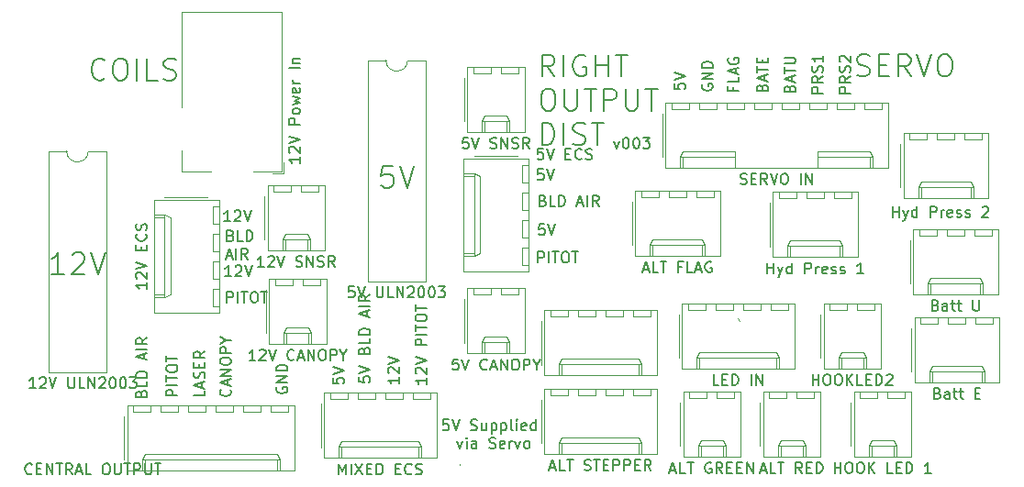
<source format=gbr>
G04 #@! TF.GenerationSoftware,KiCad,Pcbnew,(5.1.5-0-10_14)*
G04 #@! TF.CreationDate,2021-11-28T08:32:57+10:00*
G04 #@! TF.ProjectId,OH - Right Console - Output Distribution,4f48202d-2052-4696-9768-7420436f6e73,rev?*
G04 #@! TF.SameCoordinates,Original*
G04 #@! TF.FileFunction,Legend,Top*
G04 #@! TF.FilePolarity,Positive*
%FSLAX46Y46*%
G04 Gerber Fmt 4.6, Leading zero omitted, Abs format (unit mm)*
G04 Created by KiCad (PCBNEW (5.1.5-0-10_14)) date 2021-11-28 08:32:57*
%MOMM*%
%LPD*%
G04 APERTURE LIST*
%ADD10C,0.150000*%
%ADD11C,0.120000*%
G04 APERTURE END LIST*
D10*
X196048833Y-114641880D02*
X195572642Y-114641880D01*
X195525023Y-115118071D01*
X195572642Y-115070452D01*
X195667880Y-115022833D01*
X195905976Y-115022833D01*
X196001214Y-115070452D01*
X196048833Y-115118071D01*
X196096452Y-115213309D01*
X196096452Y-115451404D01*
X196048833Y-115546642D01*
X196001214Y-115594261D01*
X195905976Y-115641880D01*
X195667880Y-115641880D01*
X195572642Y-115594261D01*
X195525023Y-115546642D01*
X196382166Y-114641880D02*
X196715500Y-115641880D01*
X197048833Y-114641880D01*
X198096452Y-115594261D02*
X198239309Y-115641880D01*
X198477404Y-115641880D01*
X198572642Y-115594261D01*
X198620261Y-115546642D01*
X198667880Y-115451404D01*
X198667880Y-115356166D01*
X198620261Y-115260928D01*
X198572642Y-115213309D01*
X198477404Y-115165690D01*
X198286928Y-115118071D01*
X198191690Y-115070452D01*
X198144071Y-115022833D01*
X198096452Y-114927595D01*
X198096452Y-114832357D01*
X198144071Y-114737119D01*
X198191690Y-114689500D01*
X198286928Y-114641880D01*
X198525023Y-114641880D01*
X198667880Y-114689500D01*
X199525023Y-114975214D02*
X199525023Y-115641880D01*
X199096452Y-114975214D02*
X199096452Y-115499023D01*
X199144071Y-115594261D01*
X199239309Y-115641880D01*
X199382166Y-115641880D01*
X199477404Y-115594261D01*
X199525023Y-115546642D01*
X200001214Y-114975214D02*
X200001214Y-115975214D01*
X200001214Y-115022833D02*
X200096452Y-114975214D01*
X200286928Y-114975214D01*
X200382166Y-115022833D01*
X200429785Y-115070452D01*
X200477404Y-115165690D01*
X200477404Y-115451404D01*
X200429785Y-115546642D01*
X200382166Y-115594261D01*
X200286928Y-115641880D01*
X200096452Y-115641880D01*
X200001214Y-115594261D01*
X200905976Y-114975214D02*
X200905976Y-115975214D01*
X200905976Y-115022833D02*
X201001214Y-114975214D01*
X201191690Y-114975214D01*
X201286928Y-115022833D01*
X201334547Y-115070452D01*
X201382166Y-115165690D01*
X201382166Y-115451404D01*
X201334547Y-115546642D01*
X201286928Y-115594261D01*
X201191690Y-115641880D01*
X201001214Y-115641880D01*
X200905976Y-115594261D01*
X201953595Y-115641880D02*
X201858357Y-115594261D01*
X201810738Y-115499023D01*
X201810738Y-114641880D01*
X202334547Y-115641880D02*
X202334547Y-114975214D01*
X202334547Y-114641880D02*
X202286928Y-114689500D01*
X202334547Y-114737119D01*
X202382166Y-114689500D01*
X202334547Y-114641880D01*
X202334547Y-114737119D01*
X203191690Y-115594261D02*
X203096452Y-115641880D01*
X202905976Y-115641880D01*
X202810738Y-115594261D01*
X202763119Y-115499023D01*
X202763119Y-115118071D01*
X202810738Y-115022833D01*
X202905976Y-114975214D01*
X203096452Y-114975214D01*
X203191690Y-115022833D01*
X203239309Y-115118071D01*
X203239309Y-115213309D01*
X202763119Y-115308547D01*
X204096452Y-115641880D02*
X204096452Y-114641880D01*
X204096452Y-115594261D02*
X204001214Y-115641880D01*
X203810738Y-115641880D01*
X203715500Y-115594261D01*
X203667880Y-115546642D01*
X203620261Y-115451404D01*
X203620261Y-115165690D01*
X203667880Y-115070452D01*
X203715500Y-115022833D01*
X203810738Y-114975214D01*
X204001214Y-114975214D01*
X204096452Y-115022833D01*
X196858357Y-116625214D02*
X197096452Y-117291880D01*
X197334547Y-116625214D01*
X197715500Y-117291880D02*
X197715500Y-116625214D01*
X197715500Y-116291880D02*
X197667880Y-116339500D01*
X197715500Y-116387119D01*
X197763119Y-116339500D01*
X197715500Y-116291880D01*
X197715500Y-116387119D01*
X198620261Y-117291880D02*
X198620261Y-116768071D01*
X198572642Y-116672833D01*
X198477404Y-116625214D01*
X198286928Y-116625214D01*
X198191690Y-116672833D01*
X198620261Y-117244261D02*
X198525023Y-117291880D01*
X198286928Y-117291880D01*
X198191690Y-117244261D01*
X198144071Y-117149023D01*
X198144071Y-117053785D01*
X198191690Y-116958547D01*
X198286928Y-116910928D01*
X198525023Y-116910928D01*
X198620261Y-116863309D01*
X199810738Y-117244261D02*
X199953595Y-117291880D01*
X200191690Y-117291880D01*
X200286928Y-117244261D01*
X200334547Y-117196642D01*
X200382166Y-117101404D01*
X200382166Y-117006166D01*
X200334547Y-116910928D01*
X200286928Y-116863309D01*
X200191690Y-116815690D01*
X200001214Y-116768071D01*
X199905976Y-116720452D01*
X199858357Y-116672833D01*
X199810738Y-116577595D01*
X199810738Y-116482357D01*
X199858357Y-116387119D01*
X199905976Y-116339500D01*
X200001214Y-116291880D01*
X200239309Y-116291880D01*
X200382166Y-116339500D01*
X201191690Y-117244261D02*
X201096452Y-117291880D01*
X200905976Y-117291880D01*
X200810738Y-117244261D01*
X200763119Y-117149023D01*
X200763119Y-116768071D01*
X200810738Y-116672833D01*
X200905976Y-116625214D01*
X201096452Y-116625214D01*
X201191690Y-116672833D01*
X201239309Y-116768071D01*
X201239309Y-116863309D01*
X200763119Y-116958547D01*
X201667880Y-117291880D02*
X201667880Y-116625214D01*
X201667880Y-116815690D02*
X201715500Y-116720452D01*
X201763119Y-116672833D01*
X201858357Y-116625214D01*
X201953595Y-116625214D01*
X202191690Y-116625214D02*
X202429785Y-117291880D01*
X202667880Y-116625214D01*
X203191690Y-117291880D02*
X203096452Y-117244261D01*
X203048833Y-117196642D01*
X203001214Y-117101404D01*
X203001214Y-116815690D01*
X203048833Y-116720452D01*
X203096452Y-116672833D01*
X203191690Y-116625214D01*
X203334547Y-116625214D01*
X203429785Y-116672833D01*
X203477404Y-116720452D01*
X203525023Y-116815690D01*
X203525023Y-117101404D01*
X203477404Y-117196642D01*
X203429785Y-117244261D01*
X203334547Y-117291880D01*
X203191690Y-117291880D01*
X175910952Y-96337380D02*
X175339523Y-96337380D01*
X175625238Y-96337380D02*
X175625238Y-95337380D01*
X175530000Y-95480238D01*
X175434761Y-95575476D01*
X175339523Y-95623095D01*
X176291904Y-95432619D02*
X176339523Y-95385000D01*
X176434761Y-95337380D01*
X176672857Y-95337380D01*
X176768095Y-95385000D01*
X176815714Y-95432619D01*
X176863333Y-95527857D01*
X176863333Y-95623095D01*
X176815714Y-95765952D01*
X176244285Y-96337380D01*
X176863333Y-96337380D01*
X177149047Y-95337380D02*
X177482380Y-96337380D01*
X177815714Y-95337380D01*
X175992404Y-101417380D02*
X175420976Y-101417380D01*
X175706690Y-101417380D02*
X175706690Y-100417380D01*
X175611452Y-100560238D01*
X175516214Y-100655476D01*
X175420976Y-100703095D01*
X176373357Y-100512619D02*
X176420976Y-100465000D01*
X176516214Y-100417380D01*
X176754309Y-100417380D01*
X176849547Y-100465000D01*
X176897166Y-100512619D01*
X176944785Y-100607857D01*
X176944785Y-100703095D01*
X176897166Y-100845952D01*
X176325738Y-101417380D01*
X176944785Y-101417380D01*
X177230500Y-100417380D02*
X177563833Y-101417380D01*
X177897166Y-100417380D01*
X175928928Y-97655571D02*
X176071785Y-97703190D01*
X176119404Y-97750809D01*
X176167023Y-97846047D01*
X176167023Y-97988904D01*
X176119404Y-98084142D01*
X176071785Y-98131761D01*
X175976547Y-98179380D01*
X175595595Y-98179380D01*
X175595595Y-97179380D01*
X175928928Y-97179380D01*
X176024166Y-97227000D01*
X176071785Y-97274619D01*
X176119404Y-97369857D01*
X176119404Y-97465095D01*
X176071785Y-97560333D01*
X176024166Y-97607952D01*
X175928928Y-97655571D01*
X175595595Y-97655571D01*
X177071785Y-98179380D02*
X176595595Y-98179380D01*
X176595595Y-97179380D01*
X177405119Y-98179380D02*
X177405119Y-97179380D01*
X177643214Y-97179380D01*
X177786071Y-97227000D01*
X177881309Y-97322238D01*
X177928928Y-97417476D01*
X177976547Y-97607952D01*
X177976547Y-97750809D01*
X177928928Y-97941285D01*
X177881309Y-98036523D01*
X177786071Y-98131761D01*
X177643214Y-98179380D01*
X177405119Y-98179380D01*
X175547976Y-99543666D02*
X176024166Y-99543666D01*
X175452738Y-99829380D02*
X175786071Y-98829380D01*
X176119404Y-99829380D01*
X176452738Y-99829380D02*
X176452738Y-98829380D01*
X177500357Y-99829380D02*
X177167023Y-99353190D01*
X176928928Y-99829380D02*
X176928928Y-98829380D01*
X177309880Y-98829380D01*
X177405119Y-98877000D01*
X177452738Y-98924619D01*
X177500357Y-99019857D01*
X177500357Y-99162714D01*
X177452738Y-99257952D01*
X177405119Y-99305571D01*
X177309880Y-99353190D01*
X176928928Y-99353190D01*
X175595595Y-103830380D02*
X175595595Y-102830380D01*
X175976547Y-102830380D01*
X176071785Y-102878000D01*
X176119404Y-102925619D01*
X176167023Y-103020857D01*
X176167023Y-103163714D01*
X176119404Y-103258952D01*
X176071785Y-103306571D01*
X175976547Y-103354190D01*
X175595595Y-103354190D01*
X176595595Y-103830380D02*
X176595595Y-102830380D01*
X176928928Y-102830380D02*
X177500357Y-102830380D01*
X177214642Y-103830380D02*
X177214642Y-102830380D01*
X178024166Y-102830380D02*
X178214642Y-102830380D01*
X178309880Y-102878000D01*
X178405119Y-102973238D01*
X178452738Y-103163714D01*
X178452738Y-103497047D01*
X178405119Y-103687523D01*
X178309880Y-103782761D01*
X178214642Y-103830380D01*
X178024166Y-103830380D01*
X177928928Y-103782761D01*
X177833690Y-103687523D01*
X177786071Y-103497047D01*
X177786071Y-103163714D01*
X177833690Y-102973238D01*
X177928928Y-102878000D01*
X178024166Y-102830380D01*
X178738452Y-102830380D02*
X179309880Y-102830380D01*
X179024166Y-103830380D02*
X179024166Y-102830380D01*
X190881047Y-91233761D02*
X189928666Y-91233761D01*
X189833428Y-92186142D01*
X189928666Y-92090904D01*
X190119142Y-91995666D01*
X190595333Y-91995666D01*
X190785809Y-92090904D01*
X190881047Y-92186142D01*
X190976285Y-92376619D01*
X190976285Y-92852809D01*
X190881047Y-93043285D01*
X190785809Y-93138523D01*
X190595333Y-93233761D01*
X190119142Y-93233761D01*
X189928666Y-93138523D01*
X189833428Y-93043285D01*
X191547714Y-91233761D02*
X192214380Y-93233761D01*
X192881047Y-91233761D01*
X160559904Y-101234761D02*
X159417047Y-101234761D01*
X159988476Y-101234761D02*
X159988476Y-99234761D01*
X159798000Y-99520476D01*
X159607523Y-99710952D01*
X159417047Y-99806190D01*
X161321809Y-99425238D02*
X161417047Y-99330000D01*
X161607523Y-99234761D01*
X162083714Y-99234761D01*
X162274190Y-99330000D01*
X162369428Y-99425238D01*
X162464666Y-99615714D01*
X162464666Y-99806190D01*
X162369428Y-100091904D01*
X161226571Y-101234761D01*
X162464666Y-101234761D01*
X163036095Y-99234761D02*
X163702761Y-101234761D01*
X164369428Y-99234761D01*
X204900785Y-96607380D02*
X204424595Y-96607380D01*
X204376976Y-97083571D01*
X204424595Y-97035952D01*
X204519833Y-96988333D01*
X204757928Y-96988333D01*
X204853166Y-97035952D01*
X204900785Y-97083571D01*
X204948404Y-97178809D01*
X204948404Y-97416904D01*
X204900785Y-97512142D01*
X204853166Y-97559761D01*
X204757928Y-97607380D01*
X204519833Y-97607380D01*
X204424595Y-97559761D01*
X204376976Y-97512142D01*
X205234119Y-96607380D02*
X205567452Y-97607380D01*
X205900785Y-96607380D01*
X204787523Y-91527380D02*
X204311333Y-91527380D01*
X204263714Y-92003571D01*
X204311333Y-91955952D01*
X204406571Y-91908333D01*
X204644666Y-91908333D01*
X204739904Y-91955952D01*
X204787523Y-92003571D01*
X204835142Y-92098809D01*
X204835142Y-92336904D01*
X204787523Y-92432142D01*
X204739904Y-92479761D01*
X204644666Y-92527380D01*
X204406571Y-92527380D01*
X204311333Y-92479761D01*
X204263714Y-92432142D01*
X205120857Y-91527380D02*
X205454190Y-92527380D01*
X205787523Y-91527380D01*
X204757928Y-94416571D02*
X204900785Y-94464190D01*
X204948404Y-94511809D01*
X204996023Y-94607047D01*
X204996023Y-94749904D01*
X204948404Y-94845142D01*
X204900785Y-94892761D01*
X204805547Y-94940380D01*
X204424595Y-94940380D01*
X204424595Y-93940380D01*
X204757928Y-93940380D01*
X204853166Y-93988000D01*
X204900785Y-94035619D01*
X204948404Y-94130857D01*
X204948404Y-94226095D01*
X204900785Y-94321333D01*
X204853166Y-94368952D01*
X204757928Y-94416571D01*
X204424595Y-94416571D01*
X205900785Y-94940380D02*
X205424595Y-94940380D01*
X205424595Y-93940380D01*
X206234119Y-94940380D02*
X206234119Y-93940380D01*
X206472214Y-93940380D01*
X206615071Y-93988000D01*
X206710309Y-94083238D01*
X206757928Y-94178476D01*
X206805547Y-94368952D01*
X206805547Y-94511809D01*
X206757928Y-94702285D01*
X206710309Y-94797523D01*
X206615071Y-94892761D01*
X206472214Y-94940380D01*
X206234119Y-94940380D01*
X207948404Y-94654666D02*
X208424595Y-94654666D01*
X207853166Y-94940380D02*
X208186500Y-93940380D01*
X208519833Y-94940380D01*
X208853166Y-94940380D02*
X208853166Y-93940380D01*
X209900785Y-94940380D02*
X209567452Y-94464190D01*
X209329357Y-94940380D02*
X209329357Y-93940380D01*
X209710309Y-93940380D01*
X209805547Y-93988000D01*
X209853166Y-94035619D01*
X209900785Y-94130857D01*
X209900785Y-94273714D01*
X209853166Y-94368952D01*
X209805547Y-94416571D01*
X209710309Y-94464190D01*
X209329357Y-94464190D01*
X204297595Y-100147380D02*
X204297595Y-99147380D01*
X204678547Y-99147380D01*
X204773785Y-99195000D01*
X204821404Y-99242619D01*
X204869023Y-99337857D01*
X204869023Y-99480714D01*
X204821404Y-99575952D01*
X204773785Y-99623571D01*
X204678547Y-99671190D01*
X204297595Y-99671190D01*
X205297595Y-100147380D02*
X205297595Y-99147380D01*
X205630928Y-99147380D02*
X206202357Y-99147380D01*
X205916642Y-100147380D02*
X205916642Y-99147380D01*
X206726166Y-99147380D02*
X206916642Y-99147380D01*
X207011880Y-99195000D01*
X207107119Y-99290238D01*
X207154738Y-99480714D01*
X207154738Y-99814047D01*
X207107119Y-100004523D01*
X207011880Y-100099761D01*
X206916642Y-100147380D01*
X206726166Y-100147380D01*
X206630928Y-100099761D01*
X206535690Y-100004523D01*
X206488071Y-99814047D01*
X206488071Y-99480714D01*
X206535690Y-99290238D01*
X206630928Y-99195000D01*
X206726166Y-99147380D01*
X207440452Y-99147380D02*
X208011880Y-99147380D01*
X207726166Y-100147380D02*
X207726166Y-99147380D01*
X187793380Y-110694214D02*
X187793380Y-111170404D01*
X188269571Y-111218023D01*
X188221952Y-111170404D01*
X188174333Y-111075166D01*
X188174333Y-110837071D01*
X188221952Y-110741833D01*
X188269571Y-110694214D01*
X188364809Y-110646595D01*
X188602904Y-110646595D01*
X188698142Y-110694214D01*
X188745761Y-110741833D01*
X188793380Y-110837071D01*
X188793380Y-111075166D01*
X188745761Y-111170404D01*
X188698142Y-111218023D01*
X187793380Y-110360880D02*
X188793380Y-110027547D01*
X187793380Y-109694214D01*
X188269571Y-108265642D02*
X188317190Y-108122785D01*
X188364809Y-108075166D01*
X188460047Y-108027547D01*
X188602904Y-108027547D01*
X188698142Y-108075166D01*
X188745761Y-108122785D01*
X188793380Y-108218023D01*
X188793380Y-108598976D01*
X187793380Y-108598976D01*
X187793380Y-108265642D01*
X187841000Y-108170404D01*
X187888619Y-108122785D01*
X187983857Y-108075166D01*
X188079095Y-108075166D01*
X188174333Y-108122785D01*
X188221952Y-108170404D01*
X188269571Y-108265642D01*
X188269571Y-108598976D01*
X188793380Y-107122785D02*
X188793380Y-107598976D01*
X187793380Y-107598976D01*
X188793380Y-106789452D02*
X187793380Y-106789452D01*
X187793380Y-106551357D01*
X187841000Y-106408500D01*
X187936238Y-106313261D01*
X188031476Y-106265642D01*
X188221952Y-106218023D01*
X188364809Y-106218023D01*
X188555285Y-106265642D01*
X188650523Y-106313261D01*
X188745761Y-106408500D01*
X188793380Y-106551357D01*
X188793380Y-106789452D01*
X188507666Y-105075166D02*
X188507666Y-104598976D01*
X188793380Y-105170404D02*
X187793380Y-104837071D01*
X188793380Y-104503738D01*
X188793380Y-104170404D02*
X187793380Y-104170404D01*
X188793380Y-103122785D02*
X188317190Y-103456119D01*
X188793380Y-103694214D02*
X187793380Y-103694214D01*
X187793380Y-103313261D01*
X187841000Y-103218023D01*
X187888619Y-103170404D01*
X187983857Y-103122785D01*
X188126714Y-103122785D01*
X188221952Y-103170404D01*
X188269571Y-103218023D01*
X188317190Y-103313261D01*
X188317190Y-103694214D01*
X194000380Y-110773595D02*
X194000380Y-111345023D01*
X194000380Y-111059309D02*
X193000380Y-111059309D01*
X193143238Y-111154547D01*
X193238476Y-111249785D01*
X193286095Y-111345023D01*
X193095619Y-110392642D02*
X193048000Y-110345023D01*
X193000380Y-110249785D01*
X193000380Y-110011690D01*
X193048000Y-109916452D01*
X193095619Y-109868833D01*
X193190857Y-109821214D01*
X193286095Y-109821214D01*
X193428952Y-109868833D01*
X194000380Y-110440261D01*
X194000380Y-109821214D01*
X193000380Y-109535500D02*
X194000380Y-109202166D01*
X193000380Y-108868833D01*
X194000380Y-107773595D02*
X193000380Y-107773595D01*
X193000380Y-107392642D01*
X193048000Y-107297404D01*
X193095619Y-107249785D01*
X193190857Y-107202166D01*
X193333714Y-107202166D01*
X193428952Y-107249785D01*
X193476571Y-107297404D01*
X193524190Y-107392642D01*
X193524190Y-107773595D01*
X194000380Y-106773595D02*
X193000380Y-106773595D01*
X193000380Y-106440261D02*
X193000380Y-105868833D01*
X194000380Y-106154547D02*
X193000380Y-106154547D01*
X193000380Y-105345023D02*
X193000380Y-105154547D01*
X193048000Y-105059309D01*
X193143238Y-104964071D01*
X193333714Y-104916452D01*
X193667047Y-104916452D01*
X193857523Y-104964071D01*
X193952761Y-105059309D01*
X194000380Y-105154547D01*
X194000380Y-105345023D01*
X193952761Y-105440261D01*
X193857523Y-105535500D01*
X193667047Y-105583119D01*
X193333714Y-105583119D01*
X193143238Y-105535500D01*
X193048000Y-105440261D01*
X193000380Y-105345023D01*
X193000380Y-104630738D02*
X193000380Y-104059309D01*
X194000380Y-104345023D02*
X193000380Y-104345023D01*
X191460380Y-110728047D02*
X191460380Y-111299476D01*
X191460380Y-111013761D02*
X190460380Y-111013761D01*
X190603238Y-111109000D01*
X190698476Y-111204238D01*
X190746095Y-111299476D01*
X190555619Y-110347095D02*
X190508000Y-110299476D01*
X190460380Y-110204238D01*
X190460380Y-109966142D01*
X190508000Y-109870904D01*
X190555619Y-109823285D01*
X190650857Y-109775666D01*
X190746095Y-109775666D01*
X190888952Y-109823285D01*
X191460380Y-110394714D01*
X191460380Y-109775666D01*
X190460380Y-109489952D02*
X191460380Y-109156619D01*
X190460380Y-108823285D01*
X185380380Y-110807476D02*
X185380380Y-111283666D01*
X185856571Y-111331285D01*
X185808952Y-111283666D01*
X185761333Y-111188428D01*
X185761333Y-110950333D01*
X185808952Y-110855095D01*
X185856571Y-110807476D01*
X185951809Y-110759857D01*
X186189904Y-110759857D01*
X186285142Y-110807476D01*
X186332761Y-110855095D01*
X186380380Y-110950333D01*
X186380380Y-111188428D01*
X186332761Y-111283666D01*
X186285142Y-111331285D01*
X185380380Y-110474142D02*
X186380380Y-110140809D01*
X185380380Y-109807476D01*
X216876380Y-83629476D02*
X216876380Y-84105666D01*
X217352571Y-84153285D01*
X217304952Y-84105666D01*
X217257333Y-84010428D01*
X217257333Y-83772333D01*
X217304952Y-83677095D01*
X217352571Y-83629476D01*
X217447809Y-83581857D01*
X217685904Y-83581857D01*
X217781142Y-83629476D01*
X217828761Y-83677095D01*
X217876380Y-83772333D01*
X217876380Y-84010428D01*
X217828761Y-84105666D01*
X217781142Y-84153285D01*
X216876380Y-83296142D02*
X217876380Y-82962809D01*
X216876380Y-82629476D01*
X164338333Y-83137285D02*
X164243095Y-83232523D01*
X163957380Y-83327761D01*
X163766904Y-83327761D01*
X163481190Y-83232523D01*
X163290714Y-83042047D01*
X163195476Y-82851571D01*
X163100238Y-82470619D01*
X163100238Y-82184904D01*
X163195476Y-81803952D01*
X163290714Y-81613476D01*
X163481190Y-81423000D01*
X163766904Y-81327761D01*
X163957380Y-81327761D01*
X164243095Y-81423000D01*
X164338333Y-81518238D01*
X165576428Y-81327761D02*
X165957380Y-81327761D01*
X166147857Y-81423000D01*
X166338333Y-81613476D01*
X166433571Y-81994428D01*
X166433571Y-82661095D01*
X166338333Y-83042047D01*
X166147857Y-83232523D01*
X165957380Y-83327761D01*
X165576428Y-83327761D01*
X165385952Y-83232523D01*
X165195476Y-83042047D01*
X165100238Y-82661095D01*
X165100238Y-81994428D01*
X165195476Y-81613476D01*
X165385952Y-81423000D01*
X165576428Y-81327761D01*
X167290714Y-83327761D02*
X167290714Y-81327761D01*
X169195476Y-83327761D02*
X168243095Y-83327761D01*
X168243095Y-81327761D01*
X169766904Y-83232523D02*
X170052619Y-83327761D01*
X170528809Y-83327761D01*
X170719285Y-83232523D01*
X170814523Y-83137285D01*
X170909761Y-82946809D01*
X170909761Y-82756333D01*
X170814523Y-82565857D01*
X170719285Y-82470619D01*
X170528809Y-82375380D01*
X170147857Y-82280142D01*
X169957380Y-82184904D01*
X169862142Y-82089666D01*
X169766904Y-81899190D01*
X169766904Y-81708714D01*
X169862142Y-81518238D01*
X169957380Y-81423000D01*
X170147857Y-81327761D01*
X170624047Y-81327761D01*
X170909761Y-81423000D01*
X233744047Y-82851523D02*
X234029761Y-82946761D01*
X234505952Y-82946761D01*
X234696428Y-82851523D01*
X234791666Y-82756285D01*
X234886904Y-82565809D01*
X234886904Y-82375333D01*
X234791666Y-82184857D01*
X234696428Y-82089619D01*
X234505952Y-81994380D01*
X234125000Y-81899142D01*
X233934523Y-81803904D01*
X233839285Y-81708666D01*
X233744047Y-81518190D01*
X233744047Y-81327714D01*
X233839285Y-81137238D01*
X233934523Y-81042000D01*
X234125000Y-80946761D01*
X234601190Y-80946761D01*
X234886904Y-81042000D01*
X235744047Y-81899142D02*
X236410714Y-81899142D01*
X236696428Y-82946761D02*
X235744047Y-82946761D01*
X235744047Y-80946761D01*
X236696428Y-80946761D01*
X238696428Y-82946761D02*
X238029761Y-81994380D01*
X237553571Y-82946761D02*
X237553571Y-80946761D01*
X238315476Y-80946761D01*
X238505952Y-81042000D01*
X238601190Y-81137238D01*
X238696428Y-81327714D01*
X238696428Y-81613428D01*
X238601190Y-81803904D01*
X238505952Y-81899142D01*
X238315476Y-81994380D01*
X237553571Y-81994380D01*
X239267857Y-80946761D02*
X239934523Y-82946761D01*
X240601190Y-80946761D01*
X241648809Y-80946761D02*
X242029761Y-80946761D01*
X242220238Y-81042000D01*
X242410714Y-81232476D01*
X242505952Y-81613428D01*
X242505952Y-82280095D01*
X242410714Y-82661047D01*
X242220238Y-82851523D01*
X242029761Y-82946761D01*
X241648809Y-82946761D01*
X241458333Y-82851523D01*
X241267857Y-82661047D01*
X241172619Y-82280095D01*
X241172619Y-81613428D01*
X241267857Y-81232476D01*
X241458333Y-81042000D01*
X241648809Y-80946761D01*
D11*
X222885000Y-105537000D02*
X222758000Y-105283000D01*
D10*
X211312333Y-88939714D02*
X211550428Y-89606380D01*
X211788523Y-88939714D01*
X212359952Y-88606380D02*
X212455190Y-88606380D01*
X212550428Y-88654000D01*
X212598047Y-88701619D01*
X212645666Y-88796857D01*
X212693285Y-88987333D01*
X212693285Y-89225428D01*
X212645666Y-89415904D01*
X212598047Y-89511142D01*
X212550428Y-89558761D01*
X212455190Y-89606380D01*
X212359952Y-89606380D01*
X212264714Y-89558761D01*
X212217095Y-89511142D01*
X212169476Y-89415904D01*
X212121857Y-89225428D01*
X212121857Y-88987333D01*
X212169476Y-88796857D01*
X212217095Y-88701619D01*
X212264714Y-88654000D01*
X212359952Y-88606380D01*
X213312333Y-88606380D02*
X213407571Y-88606380D01*
X213502809Y-88654000D01*
X213550428Y-88701619D01*
X213598047Y-88796857D01*
X213645666Y-88987333D01*
X213645666Y-89225428D01*
X213598047Y-89415904D01*
X213550428Y-89511142D01*
X213502809Y-89558761D01*
X213407571Y-89606380D01*
X213312333Y-89606380D01*
X213217095Y-89558761D01*
X213169476Y-89511142D01*
X213121857Y-89415904D01*
X213074238Y-89225428D01*
X213074238Y-88987333D01*
X213121857Y-88796857D01*
X213169476Y-88701619D01*
X213217095Y-88654000D01*
X213312333Y-88606380D01*
X213979000Y-88606380D02*
X214598047Y-88606380D01*
X214264714Y-88987333D01*
X214407571Y-88987333D01*
X214502809Y-89034952D01*
X214550428Y-89082571D01*
X214598047Y-89177809D01*
X214598047Y-89415904D01*
X214550428Y-89511142D01*
X214502809Y-89558761D01*
X214407571Y-89606380D01*
X214121857Y-89606380D01*
X214026619Y-89558761D01*
X213979000Y-89511142D01*
X205805547Y-82971761D02*
X205138880Y-82019380D01*
X204662690Y-82971761D02*
X204662690Y-80971761D01*
X205424595Y-80971761D01*
X205615071Y-81067000D01*
X205710309Y-81162238D01*
X205805547Y-81352714D01*
X205805547Y-81638428D01*
X205710309Y-81828904D01*
X205615071Y-81924142D01*
X205424595Y-82019380D01*
X204662690Y-82019380D01*
X206662690Y-82971761D02*
X206662690Y-80971761D01*
X208662690Y-81067000D02*
X208472214Y-80971761D01*
X208186500Y-80971761D01*
X207900785Y-81067000D01*
X207710309Y-81257476D01*
X207615071Y-81447952D01*
X207519833Y-81828904D01*
X207519833Y-82114619D01*
X207615071Y-82495571D01*
X207710309Y-82686047D01*
X207900785Y-82876523D01*
X208186500Y-82971761D01*
X208376976Y-82971761D01*
X208662690Y-82876523D01*
X208757928Y-82781285D01*
X208757928Y-82114619D01*
X208376976Y-82114619D01*
X209615071Y-82971761D02*
X209615071Y-80971761D01*
X209615071Y-81924142D02*
X210757928Y-81924142D01*
X210757928Y-82971761D02*
X210757928Y-80971761D01*
X211424595Y-80971761D02*
X212567452Y-80971761D01*
X211996023Y-82971761D02*
X211996023Y-80971761D01*
X205043642Y-84121761D02*
X205424595Y-84121761D01*
X205615071Y-84217000D01*
X205805547Y-84407476D01*
X205900785Y-84788428D01*
X205900785Y-85455095D01*
X205805547Y-85836047D01*
X205615071Y-86026523D01*
X205424595Y-86121761D01*
X205043642Y-86121761D01*
X204853166Y-86026523D01*
X204662690Y-85836047D01*
X204567452Y-85455095D01*
X204567452Y-84788428D01*
X204662690Y-84407476D01*
X204853166Y-84217000D01*
X205043642Y-84121761D01*
X206757928Y-84121761D02*
X206757928Y-85740809D01*
X206853166Y-85931285D01*
X206948404Y-86026523D01*
X207138880Y-86121761D01*
X207519833Y-86121761D01*
X207710309Y-86026523D01*
X207805547Y-85931285D01*
X207900785Y-85740809D01*
X207900785Y-84121761D01*
X208567452Y-84121761D02*
X209710309Y-84121761D01*
X209138880Y-86121761D02*
X209138880Y-84121761D01*
X210376976Y-86121761D02*
X210376976Y-84121761D01*
X211138880Y-84121761D01*
X211329357Y-84217000D01*
X211424595Y-84312238D01*
X211519833Y-84502714D01*
X211519833Y-84788428D01*
X211424595Y-84978904D01*
X211329357Y-85074142D01*
X211138880Y-85169380D01*
X210376976Y-85169380D01*
X212376976Y-84121761D02*
X212376976Y-85740809D01*
X212472214Y-85931285D01*
X212567452Y-86026523D01*
X212757928Y-86121761D01*
X213138880Y-86121761D01*
X213329357Y-86026523D01*
X213424595Y-85931285D01*
X213519833Y-85740809D01*
X213519833Y-84121761D01*
X214186500Y-84121761D02*
X215329357Y-84121761D01*
X214757928Y-86121761D02*
X214757928Y-84121761D01*
X204662690Y-89271761D02*
X204662690Y-87271761D01*
X205138880Y-87271761D01*
X205424595Y-87367000D01*
X205615071Y-87557476D01*
X205710309Y-87747952D01*
X205805547Y-88128904D01*
X205805547Y-88414619D01*
X205710309Y-88795571D01*
X205615071Y-88986047D01*
X205424595Y-89176523D01*
X205138880Y-89271761D01*
X204662690Y-89271761D01*
X206662690Y-89271761D02*
X206662690Y-87271761D01*
X207519833Y-89176523D02*
X207805547Y-89271761D01*
X208281738Y-89271761D01*
X208472214Y-89176523D01*
X208567452Y-89081285D01*
X208662690Y-88890809D01*
X208662690Y-88700333D01*
X208567452Y-88509857D01*
X208472214Y-88414619D01*
X208281738Y-88319380D01*
X207900785Y-88224142D01*
X207710309Y-88128904D01*
X207615071Y-88033666D01*
X207519833Y-87843190D01*
X207519833Y-87652714D01*
X207615071Y-87462238D01*
X207710309Y-87367000D01*
X207900785Y-87271761D01*
X208376976Y-87271761D01*
X208662690Y-87367000D01*
X209234119Y-87271761D02*
X210376976Y-87271761D01*
X209805547Y-89271761D02*
X209805547Y-87271761D01*
D11*
X197104000Y-118872000D02*
X197104000Y-118745000D01*
D10*
X219464000Y-83692904D02*
X219416380Y-83788142D01*
X219416380Y-83931000D01*
X219464000Y-84073857D01*
X219559238Y-84169095D01*
X219654476Y-84216714D01*
X219844952Y-84264333D01*
X219987809Y-84264333D01*
X220178285Y-84216714D01*
X220273523Y-84169095D01*
X220368761Y-84073857D01*
X220416380Y-83931000D01*
X220416380Y-83835761D01*
X220368761Y-83692904D01*
X220321142Y-83645285D01*
X219987809Y-83645285D01*
X219987809Y-83835761D01*
X220416380Y-83216714D02*
X219416380Y-83216714D01*
X220416380Y-82645285D01*
X219416380Y-82645285D01*
X220416380Y-82169095D02*
X219416380Y-82169095D01*
X219416380Y-81931000D01*
X219464000Y-81788142D01*
X219559238Y-81692904D01*
X219654476Y-81645285D01*
X219844952Y-81597666D01*
X219987809Y-81597666D01*
X220178285Y-81645285D01*
X220273523Y-81692904D01*
X220368761Y-81788142D01*
X220416380Y-81931000D01*
X220416380Y-82169095D01*
X233116380Y-84518285D02*
X232116380Y-84518285D01*
X232116380Y-84137333D01*
X232164000Y-84042095D01*
X232211619Y-83994476D01*
X232306857Y-83946857D01*
X232449714Y-83946857D01*
X232544952Y-83994476D01*
X232592571Y-84042095D01*
X232640190Y-84137333D01*
X232640190Y-84518285D01*
X233116380Y-82946857D02*
X232640190Y-83280190D01*
X233116380Y-83518285D02*
X232116380Y-83518285D01*
X232116380Y-83137333D01*
X232164000Y-83042095D01*
X232211619Y-82994476D01*
X232306857Y-82946857D01*
X232449714Y-82946857D01*
X232544952Y-82994476D01*
X232592571Y-83042095D01*
X232640190Y-83137333D01*
X232640190Y-83518285D01*
X233068761Y-82565904D02*
X233116380Y-82423047D01*
X233116380Y-82184952D01*
X233068761Y-82089714D01*
X233021142Y-82042095D01*
X232925904Y-81994476D01*
X232830666Y-81994476D01*
X232735428Y-82042095D01*
X232687809Y-82089714D01*
X232640190Y-82184952D01*
X232592571Y-82375428D01*
X232544952Y-82470666D01*
X232497333Y-82518285D01*
X232402095Y-82565904D01*
X232306857Y-82565904D01*
X232211619Y-82518285D01*
X232164000Y-82470666D01*
X232116380Y-82375428D01*
X232116380Y-82137333D01*
X232164000Y-81994476D01*
X232211619Y-81613523D02*
X232164000Y-81565904D01*
X232116380Y-81470666D01*
X232116380Y-81232571D01*
X232164000Y-81137333D01*
X232211619Y-81089714D01*
X232306857Y-81042095D01*
X232402095Y-81042095D01*
X232544952Y-81089714D01*
X233116380Y-81661142D01*
X233116380Y-81042095D01*
X230576380Y-84518285D02*
X229576380Y-84518285D01*
X229576380Y-84137333D01*
X229624000Y-84042095D01*
X229671619Y-83994476D01*
X229766857Y-83946857D01*
X229909714Y-83946857D01*
X230004952Y-83994476D01*
X230052571Y-84042095D01*
X230100190Y-84137333D01*
X230100190Y-84518285D01*
X230576380Y-82946857D02*
X230100190Y-83280190D01*
X230576380Y-83518285D02*
X229576380Y-83518285D01*
X229576380Y-83137333D01*
X229624000Y-83042095D01*
X229671619Y-82994476D01*
X229766857Y-82946857D01*
X229909714Y-82946857D01*
X230004952Y-82994476D01*
X230052571Y-83042095D01*
X230100190Y-83137333D01*
X230100190Y-83518285D01*
X230528761Y-82565904D02*
X230576380Y-82423047D01*
X230576380Y-82184952D01*
X230528761Y-82089714D01*
X230481142Y-82042095D01*
X230385904Y-81994476D01*
X230290666Y-81994476D01*
X230195428Y-82042095D01*
X230147809Y-82089714D01*
X230100190Y-82184952D01*
X230052571Y-82375428D01*
X230004952Y-82470666D01*
X229957333Y-82518285D01*
X229862095Y-82565904D01*
X229766857Y-82565904D01*
X229671619Y-82518285D01*
X229624000Y-82470666D01*
X229576380Y-82375428D01*
X229576380Y-82137333D01*
X229624000Y-81994476D01*
X230576380Y-81042095D02*
X230576380Y-81613523D01*
X230576380Y-81327809D02*
X229576380Y-81327809D01*
X229719238Y-81423047D01*
X229814476Y-81518285D01*
X229862095Y-81613523D01*
X227512571Y-84065904D02*
X227560190Y-83923047D01*
X227607809Y-83875428D01*
X227703047Y-83827809D01*
X227845904Y-83827809D01*
X227941142Y-83875428D01*
X227988761Y-83923047D01*
X228036380Y-84018285D01*
X228036380Y-84399238D01*
X227036380Y-84399238D01*
X227036380Y-84065904D01*
X227084000Y-83970666D01*
X227131619Y-83923047D01*
X227226857Y-83875428D01*
X227322095Y-83875428D01*
X227417333Y-83923047D01*
X227464952Y-83970666D01*
X227512571Y-84065904D01*
X227512571Y-84399238D01*
X227750666Y-83446857D02*
X227750666Y-82970666D01*
X228036380Y-83542095D02*
X227036380Y-83208761D01*
X228036380Y-82875428D01*
X227036380Y-82684952D02*
X227036380Y-82113523D01*
X228036380Y-82399238D02*
X227036380Y-82399238D01*
X227036380Y-81780190D02*
X227845904Y-81780190D01*
X227941142Y-81732571D01*
X227988761Y-81684952D01*
X228036380Y-81589714D01*
X228036380Y-81399238D01*
X227988761Y-81304000D01*
X227941142Y-81256380D01*
X227845904Y-81208761D01*
X227036380Y-81208761D01*
X224972571Y-83994476D02*
X225020190Y-83851619D01*
X225067809Y-83804000D01*
X225163047Y-83756380D01*
X225305904Y-83756380D01*
X225401142Y-83804000D01*
X225448761Y-83851619D01*
X225496380Y-83946857D01*
X225496380Y-84327809D01*
X224496380Y-84327809D01*
X224496380Y-83994476D01*
X224544000Y-83899238D01*
X224591619Y-83851619D01*
X224686857Y-83804000D01*
X224782095Y-83804000D01*
X224877333Y-83851619D01*
X224924952Y-83899238D01*
X224972571Y-83994476D01*
X224972571Y-84327809D01*
X225210666Y-83375428D02*
X225210666Y-82899238D01*
X225496380Y-83470666D02*
X224496380Y-83137333D01*
X225496380Y-82804000D01*
X224496380Y-82613523D02*
X224496380Y-82042095D01*
X225496380Y-82327809D02*
X224496380Y-82327809D01*
X224972571Y-81708761D02*
X224972571Y-81375428D01*
X225496380Y-81232571D02*
X225496380Y-81708761D01*
X224496380Y-81708761D01*
X224496380Y-81232571D01*
X222305571Y-83994476D02*
X222305571Y-84327809D01*
X222829380Y-84327809D02*
X221829380Y-84327809D01*
X221829380Y-83851619D01*
X222829380Y-82994476D02*
X222829380Y-83470666D01*
X221829380Y-83470666D01*
X222543666Y-82708761D02*
X222543666Y-82232571D01*
X222829380Y-82804000D02*
X221829380Y-82470666D01*
X222829380Y-82137333D01*
X221877000Y-81280190D02*
X221829380Y-81375428D01*
X221829380Y-81518285D01*
X221877000Y-81661142D01*
X221972238Y-81756380D01*
X222067476Y-81804000D01*
X222257952Y-81851619D01*
X222400809Y-81851619D01*
X222591285Y-81804000D01*
X222686523Y-81756380D01*
X222781761Y-81661142D01*
X222829380Y-81518285D01*
X222829380Y-81423047D01*
X222781761Y-81280190D01*
X222734142Y-81232571D01*
X222400809Y-81232571D01*
X222400809Y-81423047D01*
X180221000Y-111662595D02*
X180173380Y-111757833D01*
X180173380Y-111900690D01*
X180221000Y-112043547D01*
X180316238Y-112138785D01*
X180411476Y-112186404D01*
X180601952Y-112234023D01*
X180744809Y-112234023D01*
X180935285Y-112186404D01*
X181030523Y-112138785D01*
X181125761Y-112043547D01*
X181173380Y-111900690D01*
X181173380Y-111805452D01*
X181125761Y-111662595D01*
X181078142Y-111614976D01*
X180744809Y-111614976D01*
X180744809Y-111805452D01*
X181173380Y-111186404D02*
X180173380Y-111186404D01*
X181173380Y-110614976D01*
X180173380Y-110614976D01*
X181173380Y-110138785D02*
X180173380Y-110138785D01*
X180173380Y-109900690D01*
X180221000Y-109757833D01*
X180316238Y-109662595D01*
X180411476Y-109614976D01*
X180601952Y-109567357D01*
X180744809Y-109567357D01*
X180935285Y-109614976D01*
X181030523Y-109662595D01*
X181125761Y-109757833D01*
X181173380Y-109900690D01*
X181173380Y-110138785D01*
X175871142Y-111868976D02*
X175918761Y-111916595D01*
X175966380Y-112059452D01*
X175966380Y-112154690D01*
X175918761Y-112297547D01*
X175823523Y-112392785D01*
X175728285Y-112440404D01*
X175537809Y-112488023D01*
X175394952Y-112488023D01*
X175204476Y-112440404D01*
X175109238Y-112392785D01*
X175014000Y-112297547D01*
X174966380Y-112154690D01*
X174966380Y-112059452D01*
X175014000Y-111916595D01*
X175061619Y-111868976D01*
X175680666Y-111488023D02*
X175680666Y-111011833D01*
X175966380Y-111583261D02*
X174966380Y-111249928D01*
X175966380Y-110916595D01*
X175966380Y-110583261D02*
X174966380Y-110583261D01*
X175966380Y-110011833D01*
X174966380Y-110011833D01*
X174966380Y-109345166D02*
X174966380Y-109154690D01*
X175014000Y-109059452D01*
X175109238Y-108964214D01*
X175299714Y-108916595D01*
X175633047Y-108916595D01*
X175823523Y-108964214D01*
X175918761Y-109059452D01*
X175966380Y-109154690D01*
X175966380Y-109345166D01*
X175918761Y-109440404D01*
X175823523Y-109535642D01*
X175633047Y-109583261D01*
X175299714Y-109583261D01*
X175109238Y-109535642D01*
X175014000Y-109440404D01*
X174966380Y-109345166D01*
X175966380Y-108488023D02*
X174966380Y-108488023D01*
X174966380Y-108107071D01*
X175014000Y-108011833D01*
X175061619Y-107964214D01*
X175156857Y-107916595D01*
X175299714Y-107916595D01*
X175394952Y-107964214D01*
X175442571Y-108011833D01*
X175490190Y-108107071D01*
X175490190Y-108488023D01*
X175490190Y-107297547D02*
X175966380Y-107297547D01*
X174966380Y-107630880D02*
X175490190Y-107297547D01*
X174966380Y-106964214D01*
X173553380Y-111964214D02*
X173553380Y-112440404D01*
X172553380Y-112440404D01*
X173267666Y-111678500D02*
X173267666Y-111202309D01*
X173553380Y-111773738D02*
X172553380Y-111440404D01*
X173553380Y-111107071D01*
X173505761Y-110821357D02*
X173553380Y-110678500D01*
X173553380Y-110440404D01*
X173505761Y-110345166D01*
X173458142Y-110297547D01*
X173362904Y-110249928D01*
X173267666Y-110249928D01*
X173172428Y-110297547D01*
X173124809Y-110345166D01*
X173077190Y-110440404D01*
X173029571Y-110630880D01*
X172981952Y-110726119D01*
X172934333Y-110773738D01*
X172839095Y-110821357D01*
X172743857Y-110821357D01*
X172648619Y-110773738D01*
X172601000Y-110726119D01*
X172553380Y-110630880D01*
X172553380Y-110392785D01*
X172601000Y-110249928D01*
X173029571Y-109821357D02*
X173029571Y-109488023D01*
X173553380Y-109345166D02*
X173553380Y-109821357D01*
X172553380Y-109821357D01*
X172553380Y-109345166D01*
X173553380Y-108345166D02*
X173077190Y-108678500D01*
X173553380Y-108916595D02*
X172553380Y-108916595D01*
X172553380Y-108535642D01*
X172601000Y-108440404D01*
X172648619Y-108392785D01*
X172743857Y-108345166D01*
X172886714Y-108345166D01*
X172981952Y-108392785D01*
X173029571Y-108440404D01*
X173077190Y-108535642D01*
X173077190Y-108916595D01*
X171013380Y-112440404D02*
X170013380Y-112440404D01*
X170013380Y-112059452D01*
X170061000Y-111964214D01*
X170108619Y-111916595D01*
X170203857Y-111868976D01*
X170346714Y-111868976D01*
X170441952Y-111916595D01*
X170489571Y-111964214D01*
X170537190Y-112059452D01*
X170537190Y-112440404D01*
X171013380Y-111440404D02*
X170013380Y-111440404D01*
X170013380Y-111107071D02*
X170013380Y-110535642D01*
X171013380Y-110821357D02*
X170013380Y-110821357D01*
X170013380Y-110011833D02*
X170013380Y-109821357D01*
X170061000Y-109726119D01*
X170156238Y-109630880D01*
X170346714Y-109583261D01*
X170680047Y-109583261D01*
X170870523Y-109630880D01*
X170965761Y-109726119D01*
X171013380Y-109821357D01*
X171013380Y-110011833D01*
X170965761Y-110107071D01*
X170870523Y-110202309D01*
X170680047Y-110249928D01*
X170346714Y-110249928D01*
X170156238Y-110202309D01*
X170061000Y-110107071D01*
X170013380Y-110011833D01*
X170013380Y-109297547D02*
X170013380Y-108726119D01*
X171013380Y-109011833D02*
X170013380Y-109011833D01*
X167695571Y-112234071D02*
X167743190Y-112091214D01*
X167790809Y-112043595D01*
X167886047Y-111995976D01*
X168028904Y-111995976D01*
X168124142Y-112043595D01*
X168171761Y-112091214D01*
X168219380Y-112186452D01*
X168219380Y-112567404D01*
X167219380Y-112567404D01*
X167219380Y-112234071D01*
X167267000Y-112138833D01*
X167314619Y-112091214D01*
X167409857Y-112043595D01*
X167505095Y-112043595D01*
X167600333Y-112091214D01*
X167647952Y-112138833D01*
X167695571Y-112234071D01*
X167695571Y-112567404D01*
X168219380Y-111091214D02*
X168219380Y-111567404D01*
X167219380Y-111567404D01*
X168219380Y-110757880D02*
X167219380Y-110757880D01*
X167219380Y-110519785D01*
X167267000Y-110376928D01*
X167362238Y-110281690D01*
X167457476Y-110234071D01*
X167647952Y-110186452D01*
X167790809Y-110186452D01*
X167981285Y-110234071D01*
X168076523Y-110281690D01*
X168171761Y-110376928D01*
X168219380Y-110519785D01*
X168219380Y-110757880D01*
X167933666Y-109043595D02*
X167933666Y-108567404D01*
X168219380Y-109138833D02*
X167219380Y-108805500D01*
X168219380Y-108472166D01*
X168219380Y-108138833D02*
X167219380Y-108138833D01*
X168219380Y-107091214D02*
X167743190Y-107424547D01*
X168219380Y-107662642D02*
X167219380Y-107662642D01*
X167219380Y-107281690D01*
X167267000Y-107186452D01*
X167314619Y-107138833D01*
X167409857Y-107091214D01*
X167552714Y-107091214D01*
X167647952Y-107138833D01*
X167695571Y-107186452D01*
X167743190Y-107281690D01*
X167743190Y-107662642D01*
D11*
X193912000Y-81474000D02*
X192262000Y-81474000D01*
X193912000Y-101914000D02*
X193912000Y-81474000D01*
X188612000Y-101914000D02*
X193912000Y-101914000D01*
X188612000Y-81474000D02*
X188612000Y-101914000D01*
X190262000Y-81474000D02*
X188612000Y-81474000D01*
X192262000Y-81474000D02*
G75*
G02X190262000Y-81474000I-1000000J0D01*
G01*
X194348000Y-112759000D02*
X194348000Y-112159000D01*
X192748000Y-112759000D02*
X194348000Y-112759000D01*
X192748000Y-112159000D02*
X192748000Y-112759000D01*
X191808000Y-112759000D02*
X191808000Y-112159000D01*
X190208000Y-112759000D02*
X191808000Y-112759000D01*
X190208000Y-112159000D02*
X190208000Y-112759000D01*
X189268000Y-112759000D02*
X189268000Y-112159000D01*
X187668000Y-112759000D02*
X189268000Y-112759000D01*
X187668000Y-112159000D02*
X187668000Y-112759000D01*
X186728000Y-112759000D02*
X186728000Y-112159000D01*
X185128000Y-112759000D02*
X186728000Y-112759000D01*
X185128000Y-112159000D02*
X185128000Y-112759000D01*
X193298000Y-118179000D02*
X193298000Y-117179000D01*
X186178000Y-118179000D02*
X186178000Y-117179000D01*
X193298000Y-116649000D02*
X193548000Y-117179000D01*
X186178000Y-116649000D02*
X193298000Y-116649000D01*
X185928000Y-117179000D02*
X186178000Y-116649000D01*
X193548000Y-117179000D02*
X193548000Y-118179000D01*
X185928000Y-117179000D02*
X193548000Y-117179000D01*
X185928000Y-118179000D02*
X185928000Y-117179000D01*
X184258000Y-113189000D02*
X184258000Y-117189000D01*
X194928000Y-112159000D02*
X184548000Y-112159000D01*
X194928000Y-118179000D02*
X194928000Y-112159000D01*
X184548000Y-118179000D02*
X194928000Y-118179000D01*
X184548000Y-112159000D02*
X184548000Y-118179000D01*
X202476000Y-103107000D02*
X202476000Y-102507000D01*
X200876000Y-103107000D02*
X202476000Y-103107000D01*
X200876000Y-102507000D02*
X200876000Y-103107000D01*
X199936000Y-103107000D02*
X199936000Y-102507000D01*
X198336000Y-103107000D02*
X199936000Y-103107000D01*
X198336000Y-102507000D02*
X198336000Y-103107000D01*
X201426000Y-108527000D02*
X201426000Y-107527000D01*
X199386000Y-108527000D02*
X199386000Y-107527000D01*
X201426000Y-106997000D02*
X201676000Y-107527000D01*
X199386000Y-106997000D02*
X201426000Y-106997000D01*
X199136000Y-107527000D02*
X199386000Y-106997000D01*
X201676000Y-107527000D02*
X201676000Y-108527000D01*
X199136000Y-107527000D02*
X201676000Y-107527000D01*
X199136000Y-108527000D02*
X199136000Y-107527000D01*
X197466000Y-103537000D02*
X197466000Y-107537000D01*
X203056000Y-102507000D02*
X197756000Y-102507000D01*
X203056000Y-108527000D02*
X203056000Y-102507000D01*
X197756000Y-108527000D02*
X203056000Y-108527000D01*
X197756000Y-102507000D02*
X197756000Y-108527000D01*
X202476000Y-82660000D02*
X202476000Y-82060000D01*
X200876000Y-82660000D02*
X202476000Y-82660000D01*
X200876000Y-82060000D02*
X200876000Y-82660000D01*
X199936000Y-82660000D02*
X199936000Y-82060000D01*
X198336000Y-82660000D02*
X199936000Y-82660000D01*
X198336000Y-82060000D02*
X198336000Y-82660000D01*
X201426000Y-88080000D02*
X201426000Y-87080000D01*
X199386000Y-88080000D02*
X199386000Y-87080000D01*
X201426000Y-86550000D02*
X201676000Y-87080000D01*
X199386000Y-86550000D02*
X201426000Y-86550000D01*
X199136000Y-87080000D02*
X199386000Y-86550000D01*
X201676000Y-87080000D02*
X201676000Y-88080000D01*
X199136000Y-87080000D02*
X201676000Y-87080000D01*
X199136000Y-88080000D02*
X199136000Y-87080000D01*
X197466000Y-83090000D02*
X197466000Y-87090000D01*
X203056000Y-82060000D02*
X197756000Y-82060000D01*
X203056000Y-88080000D02*
X203056000Y-82060000D01*
X197756000Y-88080000D02*
X203056000Y-88080000D01*
X197756000Y-82060000D02*
X197756000Y-88080000D01*
X202836000Y-100368000D02*
X203436000Y-100368000D01*
X202836000Y-98768000D02*
X202836000Y-100368000D01*
X203436000Y-98768000D02*
X202836000Y-98768000D01*
X202836000Y-97828000D02*
X203436000Y-97828000D01*
X202836000Y-96228000D02*
X202836000Y-97828000D01*
X203436000Y-96228000D02*
X202836000Y-96228000D01*
X202836000Y-95288000D02*
X203436000Y-95288000D01*
X202836000Y-93688000D02*
X202836000Y-95288000D01*
X203436000Y-93688000D02*
X202836000Y-93688000D01*
X202836000Y-92748000D02*
X203436000Y-92748000D01*
X202836000Y-91148000D02*
X202836000Y-92748000D01*
X203436000Y-91148000D02*
X202836000Y-91148000D01*
X197416000Y-99318000D02*
X198416000Y-99318000D01*
X197416000Y-92198000D02*
X198416000Y-92198000D01*
X198946000Y-99318000D02*
X198416000Y-99568000D01*
X198946000Y-92198000D02*
X198946000Y-99318000D01*
X198416000Y-91948000D02*
X198946000Y-92198000D01*
X198416000Y-99568000D02*
X197416000Y-99568000D01*
X198416000Y-91948000D02*
X198416000Y-99568000D01*
X197416000Y-91948000D02*
X198416000Y-91948000D01*
X202406000Y-90278000D02*
X198406000Y-90278000D01*
X203436000Y-100948000D02*
X203436000Y-90568000D01*
X197416000Y-100948000D02*
X203436000Y-100948000D01*
X197416000Y-90568000D02*
X197416000Y-100948000D01*
X203436000Y-90568000D02*
X197416000Y-90568000D01*
X180622000Y-91705000D02*
X178022000Y-91705000D01*
X180622000Y-77005000D02*
X180622000Y-91705000D01*
X171422000Y-91705000D02*
X171422000Y-89805000D01*
X174122000Y-91705000D02*
X171422000Y-91705000D01*
X171422000Y-77005000D02*
X180622000Y-77005000D01*
X171422000Y-85805000D02*
X171422000Y-77005000D01*
X180822000Y-90855000D02*
X180822000Y-91905000D01*
X179772000Y-91905000D02*
X180822000Y-91905000D01*
X236004000Y-85962000D02*
X236004000Y-85362000D01*
X234404000Y-85962000D02*
X236004000Y-85962000D01*
X234404000Y-85362000D02*
X234404000Y-85962000D01*
X233464000Y-85962000D02*
X233464000Y-85362000D01*
X231864000Y-85962000D02*
X233464000Y-85962000D01*
X231864000Y-85362000D02*
X231864000Y-85962000D01*
X230924000Y-85962000D02*
X230924000Y-85362000D01*
X229324000Y-85962000D02*
X230924000Y-85962000D01*
X229324000Y-85362000D02*
X229324000Y-85962000D01*
X228384000Y-85962000D02*
X228384000Y-85362000D01*
X226784000Y-85962000D02*
X228384000Y-85962000D01*
X226784000Y-85362000D02*
X226784000Y-85962000D01*
X225844000Y-85962000D02*
X225844000Y-85362000D01*
X224244000Y-85962000D02*
X225844000Y-85962000D01*
X224244000Y-85362000D02*
X224244000Y-85962000D01*
X223304000Y-85962000D02*
X223304000Y-85362000D01*
X221704000Y-85962000D02*
X223304000Y-85962000D01*
X221704000Y-85362000D02*
X221704000Y-85962000D01*
X220764000Y-85962000D02*
X220764000Y-85362000D01*
X219164000Y-85962000D02*
X220764000Y-85962000D01*
X219164000Y-85362000D02*
X219164000Y-85962000D01*
X218224000Y-85962000D02*
X218224000Y-85362000D01*
X216624000Y-85962000D02*
X218224000Y-85962000D01*
X216624000Y-85362000D02*
X216624000Y-85962000D01*
X234954000Y-91382000D02*
X234954000Y-90382000D01*
X230124000Y-89852000D02*
X230124000Y-90382000D01*
X234954000Y-89852000D02*
X230124000Y-89852000D01*
X235204000Y-90382000D02*
X234954000Y-89852000D01*
X230124000Y-90382000D02*
X230124000Y-91382000D01*
X235204000Y-90382000D02*
X230124000Y-90382000D01*
X235204000Y-91382000D02*
X235204000Y-90382000D01*
X217674000Y-91382000D02*
X217674000Y-90382000D01*
X222504000Y-89852000D02*
X222504000Y-90382000D01*
X217674000Y-89852000D02*
X222504000Y-89852000D01*
X217424000Y-90382000D02*
X217674000Y-89852000D01*
X222504000Y-90382000D02*
X222504000Y-91382000D01*
X217424000Y-90382000D02*
X222504000Y-90382000D01*
X217424000Y-91382000D02*
X217424000Y-90382000D01*
X215754000Y-86392000D02*
X215754000Y-90392000D01*
X236584000Y-85362000D02*
X216044000Y-85362000D01*
X236584000Y-91382000D02*
X236584000Y-85362000D01*
X216044000Y-91382000D02*
X236584000Y-91382000D01*
X216044000Y-85362000D02*
X216044000Y-91382000D01*
X181267000Y-113902000D02*
X181267000Y-113302000D01*
X179667000Y-113902000D02*
X181267000Y-113902000D01*
X179667000Y-113302000D02*
X179667000Y-113902000D01*
X178727000Y-113902000D02*
X178727000Y-113302000D01*
X177127000Y-113902000D02*
X178727000Y-113902000D01*
X177127000Y-113302000D02*
X177127000Y-113902000D01*
X176187000Y-113902000D02*
X176187000Y-113302000D01*
X174587000Y-113902000D02*
X176187000Y-113902000D01*
X174587000Y-113302000D02*
X174587000Y-113902000D01*
X173647000Y-113902000D02*
X173647000Y-113302000D01*
X172047000Y-113902000D02*
X173647000Y-113902000D01*
X172047000Y-113302000D02*
X172047000Y-113902000D01*
X171107000Y-113902000D02*
X171107000Y-113302000D01*
X169507000Y-113902000D02*
X171107000Y-113902000D01*
X169507000Y-113302000D02*
X169507000Y-113902000D01*
X168567000Y-113902000D02*
X168567000Y-113302000D01*
X166967000Y-113902000D02*
X168567000Y-113902000D01*
X166967000Y-113302000D02*
X166967000Y-113902000D01*
X180217000Y-119322000D02*
X180217000Y-118322000D01*
X168017000Y-119322000D02*
X168017000Y-118322000D01*
X180217000Y-117792000D02*
X180467000Y-118322000D01*
X168017000Y-117792000D02*
X180217000Y-117792000D01*
X167767000Y-118322000D02*
X168017000Y-117792000D01*
X180467000Y-118322000D02*
X180467000Y-119322000D01*
X167767000Y-118322000D02*
X180467000Y-118322000D01*
X167767000Y-119322000D02*
X167767000Y-118322000D01*
X166097000Y-114332000D02*
X166097000Y-118332000D01*
X181847000Y-113302000D02*
X166387000Y-113302000D01*
X181847000Y-119322000D02*
X181847000Y-113302000D01*
X166387000Y-119322000D02*
X181847000Y-119322000D01*
X166387000Y-113302000D02*
X166387000Y-119322000D01*
X229781000Y-112632000D02*
X229781000Y-112032000D01*
X228181000Y-112632000D02*
X229781000Y-112632000D01*
X228181000Y-112032000D02*
X228181000Y-112632000D01*
X227241000Y-112632000D02*
X227241000Y-112032000D01*
X225641000Y-112632000D02*
X227241000Y-112632000D01*
X225641000Y-112032000D02*
X225641000Y-112632000D01*
X228731000Y-118052000D02*
X228731000Y-117052000D01*
X226691000Y-118052000D02*
X226691000Y-117052000D01*
X228731000Y-116522000D02*
X228981000Y-117052000D01*
X226691000Y-116522000D02*
X228731000Y-116522000D01*
X226441000Y-117052000D02*
X226691000Y-116522000D01*
X228981000Y-117052000D02*
X228981000Y-118052000D01*
X226441000Y-117052000D02*
X228981000Y-117052000D01*
X226441000Y-118052000D02*
X226441000Y-117052000D01*
X224771000Y-113062000D02*
X224771000Y-117062000D01*
X230361000Y-112032000D02*
X225061000Y-112032000D01*
X230361000Y-118052000D02*
X230361000Y-112032000D01*
X225061000Y-118052000D02*
X230361000Y-118052000D01*
X225061000Y-112032000D02*
X225061000Y-118052000D01*
X235369000Y-104504000D02*
X235369000Y-103904000D01*
X233769000Y-104504000D02*
X235369000Y-104504000D01*
X233769000Y-103904000D02*
X233769000Y-104504000D01*
X232829000Y-104504000D02*
X232829000Y-103904000D01*
X231229000Y-104504000D02*
X232829000Y-104504000D01*
X231229000Y-103904000D02*
X231229000Y-104504000D01*
X234319000Y-109924000D02*
X234319000Y-108924000D01*
X232279000Y-109924000D02*
X232279000Y-108924000D01*
X234319000Y-108394000D02*
X234569000Y-108924000D01*
X232279000Y-108394000D02*
X234319000Y-108394000D01*
X232029000Y-108924000D02*
X232279000Y-108394000D01*
X234569000Y-108924000D02*
X234569000Y-109924000D01*
X232029000Y-108924000D02*
X234569000Y-108924000D01*
X232029000Y-109924000D02*
X232029000Y-108924000D01*
X230359000Y-104934000D02*
X230359000Y-108934000D01*
X235949000Y-103904000D02*
X230649000Y-103904000D01*
X235949000Y-109924000D02*
X235949000Y-103904000D01*
X230649000Y-109924000D02*
X235949000Y-109924000D01*
X230649000Y-103904000D02*
X230649000Y-109924000D01*
X222415000Y-112632000D02*
X222415000Y-112032000D01*
X220815000Y-112632000D02*
X222415000Y-112632000D01*
X220815000Y-112032000D02*
X220815000Y-112632000D01*
X219875000Y-112632000D02*
X219875000Y-112032000D01*
X218275000Y-112632000D02*
X219875000Y-112632000D01*
X218275000Y-112032000D02*
X218275000Y-112632000D01*
X221365000Y-118052000D02*
X221365000Y-117052000D01*
X219325000Y-118052000D02*
X219325000Y-117052000D01*
X221365000Y-116522000D02*
X221615000Y-117052000D01*
X219325000Y-116522000D02*
X221365000Y-116522000D01*
X219075000Y-117052000D02*
X219325000Y-116522000D01*
X221615000Y-117052000D02*
X221615000Y-118052000D01*
X219075000Y-117052000D02*
X221615000Y-117052000D01*
X219075000Y-118052000D02*
X219075000Y-117052000D01*
X217405000Y-113062000D02*
X217405000Y-117062000D01*
X222995000Y-112032000D02*
X217695000Y-112032000D01*
X222995000Y-118052000D02*
X222995000Y-112032000D01*
X217695000Y-118052000D02*
X222995000Y-118052000D01*
X217695000Y-112032000D02*
X217695000Y-118052000D01*
X238163000Y-112632000D02*
X238163000Y-112032000D01*
X236563000Y-112632000D02*
X238163000Y-112632000D01*
X236563000Y-112032000D02*
X236563000Y-112632000D01*
X235623000Y-112632000D02*
X235623000Y-112032000D01*
X234023000Y-112632000D02*
X235623000Y-112632000D01*
X234023000Y-112032000D02*
X234023000Y-112632000D01*
X237113000Y-118052000D02*
X237113000Y-117052000D01*
X235073000Y-118052000D02*
X235073000Y-117052000D01*
X237113000Y-116522000D02*
X237363000Y-117052000D01*
X235073000Y-116522000D02*
X237113000Y-116522000D01*
X234823000Y-117052000D02*
X235073000Y-116522000D01*
X237363000Y-117052000D02*
X237363000Y-118052000D01*
X234823000Y-117052000D02*
X237363000Y-117052000D01*
X234823000Y-118052000D02*
X234823000Y-117052000D01*
X233153000Y-113062000D02*
X233153000Y-117062000D01*
X238743000Y-112032000D02*
X233443000Y-112032000D01*
X238743000Y-118052000D02*
X238743000Y-112032000D01*
X233443000Y-118052000D02*
X238743000Y-118052000D01*
X233443000Y-112032000D02*
X233443000Y-118052000D01*
X227368000Y-104504000D02*
X227368000Y-103904000D01*
X225768000Y-104504000D02*
X227368000Y-104504000D01*
X225768000Y-103904000D02*
X225768000Y-104504000D01*
X224828000Y-104504000D02*
X224828000Y-103904000D01*
X223228000Y-104504000D02*
X224828000Y-104504000D01*
X223228000Y-103904000D02*
X223228000Y-104504000D01*
X222288000Y-104504000D02*
X222288000Y-103904000D01*
X220688000Y-104504000D02*
X222288000Y-104504000D01*
X220688000Y-103904000D02*
X220688000Y-104504000D01*
X219748000Y-104504000D02*
X219748000Y-103904000D01*
X218148000Y-104504000D02*
X219748000Y-104504000D01*
X218148000Y-103904000D02*
X218148000Y-104504000D01*
X226318000Y-109924000D02*
X226318000Y-108924000D01*
X219198000Y-109924000D02*
X219198000Y-108924000D01*
X226318000Y-108394000D02*
X226568000Y-108924000D01*
X219198000Y-108394000D02*
X226318000Y-108394000D01*
X218948000Y-108924000D02*
X219198000Y-108394000D01*
X226568000Y-108924000D02*
X226568000Y-109924000D01*
X218948000Y-108924000D02*
X226568000Y-108924000D01*
X218948000Y-109924000D02*
X218948000Y-108924000D01*
X217278000Y-104934000D02*
X217278000Y-108934000D01*
X227948000Y-103904000D02*
X217568000Y-103904000D01*
X227948000Y-109924000D02*
X227948000Y-103904000D01*
X217568000Y-109924000D02*
X227948000Y-109924000D01*
X217568000Y-103904000D02*
X217568000Y-109924000D01*
X220510000Y-94090000D02*
X220510000Y-93490000D01*
X218910000Y-94090000D02*
X220510000Y-94090000D01*
X218910000Y-93490000D02*
X218910000Y-94090000D01*
X217970000Y-94090000D02*
X217970000Y-93490000D01*
X216370000Y-94090000D02*
X217970000Y-94090000D01*
X216370000Y-93490000D02*
X216370000Y-94090000D01*
X215430000Y-94090000D02*
X215430000Y-93490000D01*
X213830000Y-94090000D02*
X215430000Y-94090000D01*
X213830000Y-93490000D02*
X213830000Y-94090000D01*
X219460000Y-99510000D02*
X219460000Y-98510000D01*
X214880000Y-99510000D02*
X214880000Y-98510000D01*
X219460000Y-97980000D02*
X219710000Y-98510000D01*
X214880000Y-97980000D02*
X219460000Y-97980000D01*
X214630000Y-98510000D02*
X214880000Y-97980000D01*
X219710000Y-98510000D02*
X219710000Y-99510000D01*
X214630000Y-98510000D02*
X219710000Y-98510000D01*
X214630000Y-99510000D02*
X214630000Y-98510000D01*
X212960000Y-94520000D02*
X212960000Y-98520000D01*
X221090000Y-93490000D02*
X213250000Y-93490000D01*
X221090000Y-99510000D02*
X221090000Y-93490000D01*
X213250000Y-99510000D02*
X221090000Y-99510000D01*
X213250000Y-93490000D02*
X213250000Y-99510000D01*
X214668000Y-112378000D02*
X214668000Y-111778000D01*
X213068000Y-112378000D02*
X214668000Y-112378000D01*
X213068000Y-111778000D02*
X213068000Y-112378000D01*
X212128000Y-112378000D02*
X212128000Y-111778000D01*
X210528000Y-112378000D02*
X212128000Y-112378000D01*
X210528000Y-111778000D02*
X210528000Y-112378000D01*
X209588000Y-112378000D02*
X209588000Y-111778000D01*
X207988000Y-112378000D02*
X209588000Y-112378000D01*
X207988000Y-111778000D02*
X207988000Y-112378000D01*
X207048000Y-112378000D02*
X207048000Y-111778000D01*
X205448000Y-112378000D02*
X207048000Y-112378000D01*
X205448000Y-111778000D02*
X205448000Y-112378000D01*
X213618000Y-117798000D02*
X213618000Y-116798000D01*
X206498000Y-117798000D02*
X206498000Y-116798000D01*
X213618000Y-116268000D02*
X213868000Y-116798000D01*
X206498000Y-116268000D02*
X213618000Y-116268000D01*
X206248000Y-116798000D02*
X206498000Y-116268000D01*
X213868000Y-116798000D02*
X213868000Y-117798000D01*
X206248000Y-116798000D02*
X213868000Y-116798000D01*
X206248000Y-117798000D02*
X206248000Y-116798000D01*
X204578000Y-112808000D02*
X204578000Y-116808000D01*
X215248000Y-111778000D02*
X204868000Y-111778000D01*
X215248000Y-117798000D02*
X215248000Y-111778000D01*
X204868000Y-117798000D02*
X215248000Y-117798000D01*
X204868000Y-111778000D02*
X204868000Y-117798000D01*
X246291000Y-105774000D02*
X246291000Y-105174000D01*
X244691000Y-105774000D02*
X246291000Y-105774000D01*
X244691000Y-105174000D02*
X244691000Y-105774000D01*
X243751000Y-105774000D02*
X243751000Y-105174000D01*
X242151000Y-105774000D02*
X243751000Y-105774000D01*
X242151000Y-105174000D02*
X242151000Y-105774000D01*
X241211000Y-105774000D02*
X241211000Y-105174000D01*
X239611000Y-105774000D02*
X241211000Y-105774000D01*
X239611000Y-105174000D02*
X239611000Y-105774000D01*
X245241000Y-111194000D02*
X245241000Y-110194000D01*
X240661000Y-111194000D02*
X240661000Y-110194000D01*
X245241000Y-109664000D02*
X245491000Y-110194000D01*
X240661000Y-109664000D02*
X245241000Y-109664000D01*
X240411000Y-110194000D02*
X240661000Y-109664000D01*
X245491000Y-110194000D02*
X245491000Y-111194000D01*
X240411000Y-110194000D02*
X245491000Y-110194000D01*
X240411000Y-111194000D02*
X240411000Y-110194000D01*
X238741000Y-106204000D02*
X238741000Y-110204000D01*
X246871000Y-105174000D02*
X239031000Y-105174000D01*
X246871000Y-111194000D02*
X246871000Y-105174000D01*
X239031000Y-111194000D02*
X246871000Y-111194000D01*
X239031000Y-105174000D02*
X239031000Y-111194000D01*
X246164000Y-97646000D02*
X246164000Y-97046000D01*
X244564000Y-97646000D02*
X246164000Y-97646000D01*
X244564000Y-97046000D02*
X244564000Y-97646000D01*
X243624000Y-97646000D02*
X243624000Y-97046000D01*
X242024000Y-97646000D02*
X243624000Y-97646000D01*
X242024000Y-97046000D02*
X242024000Y-97646000D01*
X241084000Y-97646000D02*
X241084000Y-97046000D01*
X239484000Y-97646000D02*
X241084000Y-97646000D01*
X239484000Y-97046000D02*
X239484000Y-97646000D01*
X245114000Y-103066000D02*
X245114000Y-102066000D01*
X240534000Y-103066000D02*
X240534000Y-102066000D01*
X245114000Y-101536000D02*
X245364000Y-102066000D01*
X240534000Y-101536000D02*
X245114000Y-101536000D01*
X240284000Y-102066000D02*
X240534000Y-101536000D01*
X245364000Y-102066000D02*
X245364000Y-103066000D01*
X240284000Y-102066000D02*
X245364000Y-102066000D01*
X240284000Y-103066000D02*
X240284000Y-102066000D01*
X238614000Y-98076000D02*
X238614000Y-102076000D01*
X246744000Y-97046000D02*
X238904000Y-97046000D01*
X246744000Y-103066000D02*
X246744000Y-97046000D01*
X238904000Y-103066000D02*
X246744000Y-103066000D01*
X238904000Y-97046000D02*
X238904000Y-103066000D01*
X214668000Y-105139000D02*
X214668000Y-104539000D01*
X213068000Y-105139000D02*
X214668000Y-105139000D01*
X213068000Y-104539000D02*
X213068000Y-105139000D01*
X212128000Y-105139000D02*
X212128000Y-104539000D01*
X210528000Y-105139000D02*
X212128000Y-105139000D01*
X210528000Y-104539000D02*
X210528000Y-105139000D01*
X209588000Y-105139000D02*
X209588000Y-104539000D01*
X207988000Y-105139000D02*
X209588000Y-105139000D01*
X207988000Y-104539000D02*
X207988000Y-105139000D01*
X207048000Y-105139000D02*
X207048000Y-104539000D01*
X205448000Y-105139000D02*
X207048000Y-105139000D01*
X205448000Y-104539000D02*
X205448000Y-105139000D01*
X213618000Y-110559000D02*
X213618000Y-109559000D01*
X206498000Y-110559000D02*
X206498000Y-109559000D01*
X213618000Y-109029000D02*
X213868000Y-109559000D01*
X206498000Y-109029000D02*
X213618000Y-109029000D01*
X206248000Y-109559000D02*
X206498000Y-109029000D01*
X213868000Y-109559000D02*
X213868000Y-110559000D01*
X206248000Y-109559000D02*
X213868000Y-109559000D01*
X206248000Y-110559000D02*
X206248000Y-109559000D01*
X204578000Y-105569000D02*
X204578000Y-109569000D01*
X215248000Y-104539000D02*
X204868000Y-104539000D01*
X215248000Y-110559000D02*
X215248000Y-104539000D01*
X204868000Y-110559000D02*
X215248000Y-110559000D01*
X204868000Y-104539000D02*
X204868000Y-110559000D01*
X164448000Y-89856000D02*
X162798000Y-89856000D01*
X164448000Y-110296000D02*
X164448000Y-89856000D01*
X159148000Y-110296000D02*
X164448000Y-110296000D01*
X159148000Y-89856000D02*
X159148000Y-110296000D01*
X160798000Y-89856000D02*
X159148000Y-89856000D01*
X162798000Y-89856000D02*
G75*
G02X160798000Y-89856000I-1000000J0D01*
G01*
X245275000Y-88756000D02*
X245275000Y-88156000D01*
X243675000Y-88756000D02*
X245275000Y-88756000D01*
X243675000Y-88156000D02*
X243675000Y-88756000D01*
X242735000Y-88756000D02*
X242735000Y-88156000D01*
X241135000Y-88756000D02*
X242735000Y-88756000D01*
X241135000Y-88156000D02*
X241135000Y-88756000D01*
X240195000Y-88756000D02*
X240195000Y-88156000D01*
X238595000Y-88756000D02*
X240195000Y-88756000D01*
X238595000Y-88156000D02*
X238595000Y-88756000D01*
X244225000Y-94176000D02*
X244225000Y-93176000D01*
X239645000Y-94176000D02*
X239645000Y-93176000D01*
X244225000Y-92646000D02*
X244475000Y-93176000D01*
X239645000Y-92646000D02*
X244225000Y-92646000D01*
X239395000Y-93176000D02*
X239645000Y-92646000D01*
X244475000Y-93176000D02*
X244475000Y-94176000D01*
X239395000Y-93176000D02*
X244475000Y-93176000D01*
X239395000Y-94176000D02*
X239395000Y-93176000D01*
X237725000Y-89186000D02*
X237725000Y-93186000D01*
X245855000Y-88156000D02*
X238015000Y-88156000D01*
X245855000Y-94176000D02*
X245855000Y-88156000D01*
X238015000Y-94176000D02*
X245855000Y-94176000D01*
X238015000Y-88156000D02*
X238015000Y-94176000D01*
X233210000Y-94217000D02*
X233210000Y-93617000D01*
X231610000Y-94217000D02*
X233210000Y-94217000D01*
X231610000Y-93617000D02*
X231610000Y-94217000D01*
X230670000Y-94217000D02*
X230670000Y-93617000D01*
X229070000Y-94217000D02*
X230670000Y-94217000D01*
X229070000Y-93617000D02*
X229070000Y-94217000D01*
X228130000Y-94217000D02*
X228130000Y-93617000D01*
X226530000Y-94217000D02*
X228130000Y-94217000D01*
X226530000Y-93617000D02*
X226530000Y-94217000D01*
X232160000Y-99637000D02*
X232160000Y-98637000D01*
X227580000Y-99637000D02*
X227580000Y-98637000D01*
X232160000Y-98107000D02*
X232410000Y-98637000D01*
X227580000Y-98107000D02*
X232160000Y-98107000D01*
X227330000Y-98637000D02*
X227580000Y-98107000D01*
X232410000Y-98637000D02*
X232410000Y-99637000D01*
X227330000Y-98637000D02*
X232410000Y-98637000D01*
X227330000Y-99637000D02*
X227330000Y-98637000D01*
X225660000Y-94647000D02*
X225660000Y-98647000D01*
X233790000Y-93617000D02*
X225950000Y-93617000D01*
X233790000Y-99637000D02*
X233790000Y-93617000D01*
X225950000Y-99637000D02*
X233790000Y-99637000D01*
X225950000Y-93617000D02*
X225950000Y-99637000D01*
X184188000Y-102218000D02*
X184188000Y-101618000D01*
X182588000Y-102218000D02*
X184188000Y-102218000D01*
X182588000Y-101618000D02*
X182588000Y-102218000D01*
X181648000Y-102218000D02*
X181648000Y-101618000D01*
X180048000Y-102218000D02*
X181648000Y-102218000D01*
X180048000Y-101618000D02*
X180048000Y-102218000D01*
X183138000Y-107638000D02*
X183138000Y-106638000D01*
X181098000Y-107638000D02*
X181098000Y-106638000D01*
X183138000Y-106108000D02*
X183388000Y-106638000D01*
X181098000Y-106108000D02*
X183138000Y-106108000D01*
X180848000Y-106638000D02*
X181098000Y-106108000D01*
X183388000Y-106638000D02*
X183388000Y-107638000D01*
X180848000Y-106638000D02*
X183388000Y-106638000D01*
X180848000Y-107638000D02*
X180848000Y-106638000D01*
X179178000Y-102648000D02*
X179178000Y-106648000D01*
X184768000Y-101618000D02*
X179468000Y-101618000D01*
X184768000Y-107638000D02*
X184768000Y-101618000D01*
X179468000Y-107638000D02*
X184768000Y-107638000D01*
X179468000Y-101618000D02*
X179468000Y-107638000D01*
X184061000Y-93582000D02*
X184061000Y-92982000D01*
X182461000Y-93582000D02*
X184061000Y-93582000D01*
X182461000Y-92982000D02*
X182461000Y-93582000D01*
X181521000Y-93582000D02*
X181521000Y-92982000D01*
X179921000Y-93582000D02*
X181521000Y-93582000D01*
X179921000Y-92982000D02*
X179921000Y-93582000D01*
X183011000Y-99002000D02*
X183011000Y-98002000D01*
X180971000Y-99002000D02*
X180971000Y-98002000D01*
X183011000Y-97472000D02*
X183261000Y-98002000D01*
X180971000Y-97472000D02*
X183011000Y-97472000D01*
X180721000Y-98002000D02*
X180971000Y-97472000D01*
X183261000Y-98002000D02*
X183261000Y-99002000D01*
X180721000Y-98002000D02*
X183261000Y-98002000D01*
X180721000Y-99002000D02*
X180721000Y-98002000D01*
X179051000Y-94012000D02*
X179051000Y-98012000D01*
X184641000Y-92982000D02*
X179341000Y-92982000D01*
X184641000Y-99002000D02*
X184641000Y-92982000D01*
X179341000Y-99002000D02*
X184641000Y-99002000D01*
X179341000Y-92982000D02*
X179341000Y-99002000D01*
X174261000Y-104178000D02*
X174861000Y-104178000D01*
X174261000Y-102578000D02*
X174261000Y-104178000D01*
X174861000Y-102578000D02*
X174261000Y-102578000D01*
X174261000Y-101638000D02*
X174861000Y-101638000D01*
X174261000Y-100038000D02*
X174261000Y-101638000D01*
X174861000Y-100038000D02*
X174261000Y-100038000D01*
X174261000Y-99098000D02*
X174861000Y-99098000D01*
X174261000Y-97498000D02*
X174261000Y-99098000D01*
X174861000Y-97498000D02*
X174261000Y-97498000D01*
X174261000Y-96558000D02*
X174861000Y-96558000D01*
X174261000Y-94958000D02*
X174261000Y-96558000D01*
X174861000Y-94958000D02*
X174261000Y-94958000D01*
X168841000Y-103128000D02*
X169841000Y-103128000D01*
X168841000Y-96008000D02*
X169841000Y-96008000D01*
X170371000Y-103128000D02*
X169841000Y-103378000D01*
X170371000Y-96008000D02*
X170371000Y-103128000D01*
X169841000Y-95758000D02*
X170371000Y-96008000D01*
X169841000Y-103378000D02*
X168841000Y-103378000D01*
X169841000Y-95758000D02*
X169841000Y-103378000D01*
X168841000Y-95758000D02*
X169841000Y-95758000D01*
X173831000Y-94088000D02*
X169831000Y-94088000D01*
X174861000Y-104758000D02*
X174861000Y-94378000D01*
X168841000Y-104758000D02*
X174861000Y-104758000D01*
X168841000Y-94378000D02*
X168841000Y-104758000D01*
X174861000Y-94378000D02*
X168841000Y-94378000D01*
D10*
X187333428Y-102366380D02*
X186857238Y-102366380D01*
X186809619Y-102842571D01*
X186857238Y-102794952D01*
X186952476Y-102747333D01*
X187190571Y-102747333D01*
X187285809Y-102794952D01*
X187333428Y-102842571D01*
X187381047Y-102937809D01*
X187381047Y-103175904D01*
X187333428Y-103271142D01*
X187285809Y-103318761D01*
X187190571Y-103366380D01*
X186952476Y-103366380D01*
X186857238Y-103318761D01*
X186809619Y-103271142D01*
X187666761Y-102366380D02*
X188000095Y-103366380D01*
X188333428Y-102366380D01*
X189428666Y-102366380D02*
X189428666Y-103175904D01*
X189476285Y-103271142D01*
X189523904Y-103318761D01*
X189619142Y-103366380D01*
X189809619Y-103366380D01*
X189904857Y-103318761D01*
X189952476Y-103271142D01*
X190000095Y-103175904D01*
X190000095Y-102366380D01*
X190952476Y-103366380D02*
X190476285Y-103366380D01*
X190476285Y-102366380D01*
X191285809Y-103366380D02*
X191285809Y-102366380D01*
X191857238Y-103366380D01*
X191857238Y-102366380D01*
X192285809Y-102461619D02*
X192333428Y-102414000D01*
X192428666Y-102366380D01*
X192666761Y-102366380D01*
X192762000Y-102414000D01*
X192809619Y-102461619D01*
X192857238Y-102556857D01*
X192857238Y-102652095D01*
X192809619Y-102794952D01*
X192238190Y-103366380D01*
X192857238Y-103366380D01*
X193476285Y-102366380D02*
X193571523Y-102366380D01*
X193666761Y-102414000D01*
X193714380Y-102461619D01*
X193762000Y-102556857D01*
X193809619Y-102747333D01*
X193809619Y-102985428D01*
X193762000Y-103175904D01*
X193714380Y-103271142D01*
X193666761Y-103318761D01*
X193571523Y-103366380D01*
X193476285Y-103366380D01*
X193381047Y-103318761D01*
X193333428Y-103271142D01*
X193285809Y-103175904D01*
X193238190Y-102985428D01*
X193238190Y-102747333D01*
X193285809Y-102556857D01*
X193333428Y-102461619D01*
X193381047Y-102414000D01*
X193476285Y-102366380D01*
X194428666Y-102366380D02*
X194523904Y-102366380D01*
X194619142Y-102414000D01*
X194666761Y-102461619D01*
X194714380Y-102556857D01*
X194762000Y-102747333D01*
X194762000Y-102985428D01*
X194714380Y-103175904D01*
X194666761Y-103271142D01*
X194619142Y-103318761D01*
X194523904Y-103366380D01*
X194428666Y-103366380D01*
X194333428Y-103318761D01*
X194285809Y-103271142D01*
X194238190Y-103175904D01*
X194190571Y-102985428D01*
X194190571Y-102747333D01*
X194238190Y-102556857D01*
X194285809Y-102461619D01*
X194333428Y-102414000D01*
X194428666Y-102366380D01*
X195095333Y-102366380D02*
X195714380Y-102366380D01*
X195381047Y-102747333D01*
X195523904Y-102747333D01*
X195619142Y-102794952D01*
X195666761Y-102842571D01*
X195714380Y-102937809D01*
X195714380Y-103175904D01*
X195666761Y-103271142D01*
X195619142Y-103318761D01*
X195523904Y-103366380D01*
X195238190Y-103366380D01*
X195142952Y-103318761D01*
X195095333Y-103271142D01*
X185928476Y-119721380D02*
X185928476Y-118721380D01*
X186261809Y-119435666D01*
X186595142Y-118721380D01*
X186595142Y-119721380D01*
X187071333Y-119721380D02*
X187071333Y-118721380D01*
X187452285Y-118721380D02*
X188118952Y-119721380D01*
X188118952Y-118721380D02*
X187452285Y-119721380D01*
X188499904Y-119197571D02*
X188833238Y-119197571D01*
X188976095Y-119721380D02*
X188499904Y-119721380D01*
X188499904Y-118721380D01*
X188976095Y-118721380D01*
X189404666Y-119721380D02*
X189404666Y-118721380D01*
X189642761Y-118721380D01*
X189785619Y-118769000D01*
X189880857Y-118864238D01*
X189928476Y-118959476D01*
X189976095Y-119149952D01*
X189976095Y-119292809D01*
X189928476Y-119483285D01*
X189880857Y-119578523D01*
X189785619Y-119673761D01*
X189642761Y-119721380D01*
X189404666Y-119721380D01*
X191166571Y-119197571D02*
X191499904Y-119197571D01*
X191642761Y-119721380D02*
X191166571Y-119721380D01*
X191166571Y-118721380D01*
X191642761Y-118721380D01*
X192642761Y-119626142D02*
X192595142Y-119673761D01*
X192452285Y-119721380D01*
X192357047Y-119721380D01*
X192214190Y-119673761D01*
X192118952Y-119578523D01*
X192071333Y-119483285D01*
X192023714Y-119292809D01*
X192023714Y-119149952D01*
X192071333Y-118959476D01*
X192118952Y-118864238D01*
X192214190Y-118769000D01*
X192357047Y-118721380D01*
X192452285Y-118721380D01*
X192595142Y-118769000D01*
X192642761Y-118816619D01*
X193023714Y-119673761D02*
X193166571Y-119721380D01*
X193404666Y-119721380D01*
X193499904Y-119673761D01*
X193547523Y-119626142D01*
X193595142Y-119530904D01*
X193595142Y-119435666D01*
X193547523Y-119340428D01*
X193499904Y-119292809D01*
X193404666Y-119245190D01*
X193214190Y-119197571D01*
X193118952Y-119149952D01*
X193071333Y-119102333D01*
X193023714Y-119007095D01*
X193023714Y-118911857D01*
X193071333Y-118816619D01*
X193118952Y-118769000D01*
X193214190Y-118721380D01*
X193452285Y-118721380D01*
X193595142Y-118769000D01*
X196929809Y-109069380D02*
X196453619Y-109069380D01*
X196406000Y-109545571D01*
X196453619Y-109497952D01*
X196548857Y-109450333D01*
X196786952Y-109450333D01*
X196882190Y-109497952D01*
X196929809Y-109545571D01*
X196977428Y-109640809D01*
X196977428Y-109878904D01*
X196929809Y-109974142D01*
X196882190Y-110021761D01*
X196786952Y-110069380D01*
X196548857Y-110069380D01*
X196453619Y-110021761D01*
X196406000Y-109974142D01*
X197263142Y-109069380D02*
X197596476Y-110069380D01*
X197929809Y-109069380D01*
X199596476Y-109974142D02*
X199548857Y-110021761D01*
X199406000Y-110069380D01*
X199310761Y-110069380D01*
X199167904Y-110021761D01*
X199072666Y-109926523D01*
X199025047Y-109831285D01*
X198977428Y-109640809D01*
X198977428Y-109497952D01*
X199025047Y-109307476D01*
X199072666Y-109212238D01*
X199167904Y-109117000D01*
X199310761Y-109069380D01*
X199406000Y-109069380D01*
X199548857Y-109117000D01*
X199596476Y-109164619D01*
X199977428Y-109783666D02*
X200453619Y-109783666D01*
X199882190Y-110069380D02*
X200215523Y-109069380D01*
X200548857Y-110069380D01*
X200882190Y-110069380D02*
X200882190Y-109069380D01*
X201453619Y-110069380D01*
X201453619Y-109069380D01*
X202120285Y-109069380D02*
X202310761Y-109069380D01*
X202406000Y-109117000D01*
X202501238Y-109212238D01*
X202548857Y-109402714D01*
X202548857Y-109736047D01*
X202501238Y-109926523D01*
X202406000Y-110021761D01*
X202310761Y-110069380D01*
X202120285Y-110069380D01*
X202025047Y-110021761D01*
X201929809Y-109926523D01*
X201882190Y-109736047D01*
X201882190Y-109402714D01*
X201929809Y-109212238D01*
X202025047Y-109117000D01*
X202120285Y-109069380D01*
X202977428Y-110069380D02*
X202977428Y-109069380D01*
X203358380Y-109069380D01*
X203453619Y-109117000D01*
X203501238Y-109164619D01*
X203548857Y-109259857D01*
X203548857Y-109402714D01*
X203501238Y-109497952D01*
X203453619Y-109545571D01*
X203358380Y-109593190D01*
X202977428Y-109593190D01*
X204167904Y-109593190D02*
X204167904Y-110069380D01*
X203834571Y-109069380D02*
X204167904Y-109593190D01*
X204501238Y-109069380D01*
X197858380Y-88622380D02*
X197382190Y-88622380D01*
X197334571Y-89098571D01*
X197382190Y-89050952D01*
X197477428Y-89003333D01*
X197715523Y-89003333D01*
X197810761Y-89050952D01*
X197858380Y-89098571D01*
X197906000Y-89193809D01*
X197906000Y-89431904D01*
X197858380Y-89527142D01*
X197810761Y-89574761D01*
X197715523Y-89622380D01*
X197477428Y-89622380D01*
X197382190Y-89574761D01*
X197334571Y-89527142D01*
X198191714Y-88622380D02*
X198525047Y-89622380D01*
X198858380Y-88622380D01*
X199906000Y-89574761D02*
X200048857Y-89622380D01*
X200286952Y-89622380D01*
X200382190Y-89574761D01*
X200429809Y-89527142D01*
X200477428Y-89431904D01*
X200477428Y-89336666D01*
X200429809Y-89241428D01*
X200382190Y-89193809D01*
X200286952Y-89146190D01*
X200096476Y-89098571D01*
X200001238Y-89050952D01*
X199953619Y-89003333D01*
X199906000Y-88908095D01*
X199906000Y-88812857D01*
X199953619Y-88717619D01*
X200001238Y-88670000D01*
X200096476Y-88622380D01*
X200334571Y-88622380D01*
X200477428Y-88670000D01*
X200906000Y-89622380D02*
X200906000Y-88622380D01*
X201477428Y-89622380D01*
X201477428Y-88622380D01*
X201906000Y-89574761D02*
X202048857Y-89622380D01*
X202286952Y-89622380D01*
X202382190Y-89574761D01*
X202429809Y-89527142D01*
X202477428Y-89431904D01*
X202477428Y-89336666D01*
X202429809Y-89241428D01*
X202382190Y-89193809D01*
X202286952Y-89146190D01*
X202096476Y-89098571D01*
X202001238Y-89050952D01*
X201953619Y-89003333D01*
X201906000Y-88908095D01*
X201906000Y-88812857D01*
X201953619Y-88717619D01*
X202001238Y-88670000D01*
X202096476Y-88622380D01*
X202334571Y-88622380D01*
X202477428Y-88670000D01*
X203477428Y-89622380D02*
X203144095Y-89146190D01*
X202906000Y-89622380D02*
X202906000Y-88622380D01*
X203286952Y-88622380D01*
X203382190Y-88670000D01*
X203429809Y-88717619D01*
X203477428Y-88812857D01*
X203477428Y-88955714D01*
X203429809Y-89050952D01*
X203382190Y-89098571D01*
X203286952Y-89146190D01*
X202906000Y-89146190D01*
X204756000Y-89622380D02*
X204279809Y-89622380D01*
X204232190Y-90098571D01*
X204279809Y-90050952D01*
X204375047Y-90003333D01*
X204613142Y-90003333D01*
X204708380Y-90050952D01*
X204756000Y-90098571D01*
X204803619Y-90193809D01*
X204803619Y-90431904D01*
X204756000Y-90527142D01*
X204708380Y-90574761D01*
X204613142Y-90622380D01*
X204375047Y-90622380D01*
X204279809Y-90574761D01*
X204232190Y-90527142D01*
X205089333Y-89622380D02*
X205422666Y-90622380D01*
X205756000Y-89622380D01*
X206851238Y-90098571D02*
X207184571Y-90098571D01*
X207327428Y-90622380D02*
X206851238Y-90622380D01*
X206851238Y-89622380D01*
X207327428Y-89622380D01*
X208327428Y-90527142D02*
X208279809Y-90574761D01*
X208136952Y-90622380D01*
X208041714Y-90622380D01*
X207898857Y-90574761D01*
X207803619Y-90479523D01*
X207756000Y-90384285D01*
X207708380Y-90193809D01*
X207708380Y-90050952D01*
X207756000Y-89860476D01*
X207803619Y-89765238D01*
X207898857Y-89670000D01*
X208041714Y-89622380D01*
X208136952Y-89622380D01*
X208279809Y-89670000D01*
X208327428Y-89717619D01*
X208708380Y-90574761D02*
X208851238Y-90622380D01*
X209089333Y-90622380D01*
X209184571Y-90574761D01*
X209232190Y-90527142D01*
X209279809Y-90431904D01*
X209279809Y-90336666D01*
X209232190Y-90241428D01*
X209184571Y-90193809D01*
X209089333Y-90146190D01*
X208898857Y-90098571D01*
X208803619Y-90050952D01*
X208756000Y-90003333D01*
X208708380Y-89908095D01*
X208708380Y-89812857D01*
X208756000Y-89717619D01*
X208803619Y-89670000D01*
X208898857Y-89622380D01*
X209136952Y-89622380D01*
X209279809Y-89670000D01*
X182316380Y-90391714D02*
X182316380Y-90963142D01*
X182316380Y-90677428D02*
X181316380Y-90677428D01*
X181459238Y-90772666D01*
X181554476Y-90867904D01*
X181602095Y-90963142D01*
X181411619Y-90010761D02*
X181364000Y-89963142D01*
X181316380Y-89867904D01*
X181316380Y-89629809D01*
X181364000Y-89534571D01*
X181411619Y-89486952D01*
X181506857Y-89439333D01*
X181602095Y-89439333D01*
X181744952Y-89486952D01*
X182316380Y-90058380D01*
X182316380Y-89439333D01*
X181316380Y-89153619D02*
X182316380Y-88820285D01*
X181316380Y-88486952D01*
X182316380Y-87391714D02*
X181316380Y-87391714D01*
X181316380Y-87010761D01*
X181364000Y-86915523D01*
X181411619Y-86867904D01*
X181506857Y-86820285D01*
X181649714Y-86820285D01*
X181744952Y-86867904D01*
X181792571Y-86915523D01*
X181840190Y-87010761D01*
X181840190Y-87391714D01*
X182316380Y-86248857D02*
X182268761Y-86344095D01*
X182221142Y-86391714D01*
X182125904Y-86439333D01*
X181840190Y-86439333D01*
X181744952Y-86391714D01*
X181697333Y-86344095D01*
X181649714Y-86248857D01*
X181649714Y-86106000D01*
X181697333Y-86010761D01*
X181744952Y-85963142D01*
X181840190Y-85915523D01*
X182125904Y-85915523D01*
X182221142Y-85963142D01*
X182268761Y-86010761D01*
X182316380Y-86106000D01*
X182316380Y-86248857D01*
X181649714Y-85582190D02*
X182316380Y-85391714D01*
X181840190Y-85201238D01*
X182316380Y-85010761D01*
X181649714Y-84820285D01*
X182268761Y-84058380D02*
X182316380Y-84153619D01*
X182316380Y-84344095D01*
X182268761Y-84439333D01*
X182173523Y-84486952D01*
X181792571Y-84486952D01*
X181697333Y-84439333D01*
X181649714Y-84344095D01*
X181649714Y-84153619D01*
X181697333Y-84058380D01*
X181792571Y-84010761D01*
X181887809Y-84010761D01*
X181983047Y-84486952D01*
X182316380Y-83582190D02*
X181649714Y-83582190D01*
X181840190Y-83582190D02*
X181744952Y-83534571D01*
X181697333Y-83486952D01*
X181649714Y-83391714D01*
X181649714Y-83296476D01*
X182316380Y-82201238D02*
X181316380Y-82201238D01*
X181649714Y-81725047D02*
X182316380Y-81725047D01*
X181744952Y-81725047D02*
X181697333Y-81677428D01*
X181649714Y-81582190D01*
X181649714Y-81439333D01*
X181697333Y-81344095D01*
X181792571Y-81296476D01*
X182316380Y-81296476D01*
X222980666Y-92876761D02*
X223123523Y-92924380D01*
X223361619Y-92924380D01*
X223456857Y-92876761D01*
X223504476Y-92829142D01*
X223552095Y-92733904D01*
X223552095Y-92638666D01*
X223504476Y-92543428D01*
X223456857Y-92495809D01*
X223361619Y-92448190D01*
X223171142Y-92400571D01*
X223075904Y-92352952D01*
X223028285Y-92305333D01*
X222980666Y-92210095D01*
X222980666Y-92114857D01*
X223028285Y-92019619D01*
X223075904Y-91972000D01*
X223171142Y-91924380D01*
X223409238Y-91924380D01*
X223552095Y-91972000D01*
X223980666Y-92400571D02*
X224314000Y-92400571D01*
X224456857Y-92924380D02*
X223980666Y-92924380D01*
X223980666Y-91924380D01*
X224456857Y-91924380D01*
X225456857Y-92924380D02*
X225123523Y-92448190D01*
X224885428Y-92924380D02*
X224885428Y-91924380D01*
X225266380Y-91924380D01*
X225361619Y-91972000D01*
X225409238Y-92019619D01*
X225456857Y-92114857D01*
X225456857Y-92257714D01*
X225409238Y-92352952D01*
X225361619Y-92400571D01*
X225266380Y-92448190D01*
X224885428Y-92448190D01*
X225742571Y-91924380D02*
X226075904Y-92924380D01*
X226409238Y-91924380D01*
X226933047Y-91924380D02*
X227123523Y-91924380D01*
X227218761Y-91972000D01*
X227314000Y-92067238D01*
X227361619Y-92257714D01*
X227361619Y-92591047D01*
X227314000Y-92781523D01*
X227218761Y-92876761D01*
X227123523Y-92924380D01*
X226933047Y-92924380D01*
X226837809Y-92876761D01*
X226742571Y-92781523D01*
X226694952Y-92591047D01*
X226694952Y-92257714D01*
X226742571Y-92067238D01*
X226837809Y-91972000D01*
X226933047Y-91924380D01*
X228552095Y-92924380D02*
X228552095Y-91924380D01*
X229028285Y-92924380D02*
X229028285Y-91924380D01*
X229599714Y-92924380D01*
X229599714Y-91924380D01*
X157599761Y-119610142D02*
X157552142Y-119657761D01*
X157409285Y-119705380D01*
X157314047Y-119705380D01*
X157171190Y-119657761D01*
X157075952Y-119562523D01*
X157028333Y-119467285D01*
X156980714Y-119276809D01*
X156980714Y-119133952D01*
X157028333Y-118943476D01*
X157075952Y-118848238D01*
X157171190Y-118753000D01*
X157314047Y-118705380D01*
X157409285Y-118705380D01*
X157552142Y-118753000D01*
X157599761Y-118800619D01*
X158028333Y-119181571D02*
X158361666Y-119181571D01*
X158504523Y-119705380D02*
X158028333Y-119705380D01*
X158028333Y-118705380D01*
X158504523Y-118705380D01*
X158933095Y-119705380D02*
X158933095Y-118705380D01*
X159504523Y-119705380D01*
X159504523Y-118705380D01*
X159837857Y-118705380D02*
X160409285Y-118705380D01*
X160123571Y-119705380D02*
X160123571Y-118705380D01*
X161314047Y-119705380D02*
X160980714Y-119229190D01*
X160742619Y-119705380D02*
X160742619Y-118705380D01*
X161123571Y-118705380D01*
X161218809Y-118753000D01*
X161266428Y-118800619D01*
X161314047Y-118895857D01*
X161314047Y-119038714D01*
X161266428Y-119133952D01*
X161218809Y-119181571D01*
X161123571Y-119229190D01*
X160742619Y-119229190D01*
X161695000Y-119419666D02*
X162171190Y-119419666D01*
X161599761Y-119705380D02*
X161933095Y-118705380D01*
X162266428Y-119705380D01*
X163075952Y-119705380D02*
X162599761Y-119705380D01*
X162599761Y-118705380D01*
X164361666Y-118705380D02*
X164552142Y-118705380D01*
X164647380Y-118753000D01*
X164742619Y-118848238D01*
X164790238Y-119038714D01*
X164790238Y-119372047D01*
X164742619Y-119562523D01*
X164647380Y-119657761D01*
X164552142Y-119705380D01*
X164361666Y-119705380D01*
X164266428Y-119657761D01*
X164171190Y-119562523D01*
X164123571Y-119372047D01*
X164123571Y-119038714D01*
X164171190Y-118848238D01*
X164266428Y-118753000D01*
X164361666Y-118705380D01*
X165218809Y-118705380D02*
X165218809Y-119514904D01*
X165266428Y-119610142D01*
X165314047Y-119657761D01*
X165409285Y-119705380D01*
X165599761Y-119705380D01*
X165695000Y-119657761D01*
X165742619Y-119610142D01*
X165790238Y-119514904D01*
X165790238Y-118705380D01*
X166123571Y-118705380D02*
X166695000Y-118705380D01*
X166409285Y-119705380D02*
X166409285Y-118705380D01*
X167028333Y-119705380D02*
X167028333Y-118705380D01*
X167409285Y-118705380D01*
X167504523Y-118753000D01*
X167552142Y-118800619D01*
X167599761Y-118895857D01*
X167599761Y-119038714D01*
X167552142Y-119133952D01*
X167504523Y-119181571D01*
X167409285Y-119229190D01*
X167028333Y-119229190D01*
X168028333Y-118705380D02*
X168028333Y-119514904D01*
X168075952Y-119610142D01*
X168123571Y-119657761D01*
X168218809Y-119705380D01*
X168409285Y-119705380D01*
X168504523Y-119657761D01*
X168552142Y-119610142D01*
X168599761Y-119514904D01*
X168599761Y-118705380D01*
X168933095Y-118705380D02*
X169504523Y-118705380D01*
X169218809Y-119705380D02*
X169218809Y-118705380D01*
X224853857Y-119308666D02*
X225330047Y-119308666D01*
X224758619Y-119594380D02*
X225091952Y-118594380D01*
X225425285Y-119594380D01*
X226234809Y-119594380D02*
X225758619Y-119594380D01*
X225758619Y-118594380D01*
X226425285Y-118594380D02*
X226996714Y-118594380D01*
X226711000Y-119594380D02*
X226711000Y-118594380D01*
X228663380Y-119594380D02*
X228330047Y-119118190D01*
X228091952Y-119594380D02*
X228091952Y-118594380D01*
X228472904Y-118594380D01*
X228568142Y-118642000D01*
X228615761Y-118689619D01*
X228663380Y-118784857D01*
X228663380Y-118927714D01*
X228615761Y-119022952D01*
X228568142Y-119070571D01*
X228472904Y-119118190D01*
X228091952Y-119118190D01*
X229091952Y-119070571D02*
X229425285Y-119070571D01*
X229568142Y-119594380D02*
X229091952Y-119594380D01*
X229091952Y-118594380D01*
X229568142Y-118594380D01*
X229996714Y-119594380D02*
X229996714Y-118594380D01*
X230234809Y-118594380D01*
X230377666Y-118642000D01*
X230472904Y-118737238D01*
X230520523Y-118832476D01*
X230568142Y-119022952D01*
X230568142Y-119165809D01*
X230520523Y-119356285D01*
X230472904Y-119451523D01*
X230377666Y-119546761D01*
X230234809Y-119594380D01*
X229996714Y-119594380D01*
X229632333Y-111466380D02*
X229632333Y-110466380D01*
X229632333Y-110942571D02*
X230203761Y-110942571D01*
X230203761Y-111466380D02*
X230203761Y-110466380D01*
X230870428Y-110466380D02*
X231060904Y-110466380D01*
X231156142Y-110514000D01*
X231251380Y-110609238D01*
X231299000Y-110799714D01*
X231299000Y-111133047D01*
X231251380Y-111323523D01*
X231156142Y-111418761D01*
X231060904Y-111466380D01*
X230870428Y-111466380D01*
X230775190Y-111418761D01*
X230679952Y-111323523D01*
X230632333Y-111133047D01*
X230632333Y-110799714D01*
X230679952Y-110609238D01*
X230775190Y-110514000D01*
X230870428Y-110466380D01*
X231918047Y-110466380D02*
X232108523Y-110466380D01*
X232203761Y-110514000D01*
X232299000Y-110609238D01*
X232346619Y-110799714D01*
X232346619Y-111133047D01*
X232299000Y-111323523D01*
X232203761Y-111418761D01*
X232108523Y-111466380D01*
X231918047Y-111466380D01*
X231822809Y-111418761D01*
X231727571Y-111323523D01*
X231679952Y-111133047D01*
X231679952Y-110799714D01*
X231727571Y-110609238D01*
X231822809Y-110514000D01*
X231918047Y-110466380D01*
X232775190Y-111466380D02*
X232775190Y-110466380D01*
X233346619Y-111466380D02*
X232918047Y-110894952D01*
X233346619Y-110466380D02*
X232775190Y-111037809D01*
X234251380Y-111466380D02*
X233775190Y-111466380D01*
X233775190Y-110466380D01*
X234584714Y-110942571D02*
X234918047Y-110942571D01*
X235060904Y-111466380D02*
X234584714Y-111466380D01*
X234584714Y-110466380D01*
X235060904Y-110466380D01*
X235489476Y-111466380D02*
X235489476Y-110466380D01*
X235727571Y-110466380D01*
X235870428Y-110514000D01*
X235965666Y-110609238D01*
X236013285Y-110704476D01*
X236060904Y-110894952D01*
X236060904Y-111037809D01*
X236013285Y-111228285D01*
X235965666Y-111323523D01*
X235870428Y-111418761D01*
X235727571Y-111466380D01*
X235489476Y-111466380D01*
X236441857Y-110561619D02*
X236489476Y-110514000D01*
X236584714Y-110466380D01*
X236822809Y-110466380D01*
X236918047Y-110514000D01*
X236965666Y-110561619D01*
X237013285Y-110656857D01*
X237013285Y-110752095D01*
X236965666Y-110894952D01*
X236394238Y-111466380D01*
X237013285Y-111466380D01*
X216511666Y-119308666D02*
X216987857Y-119308666D01*
X216416428Y-119594380D02*
X216749761Y-118594380D01*
X217083095Y-119594380D01*
X217892619Y-119594380D02*
X217416428Y-119594380D01*
X217416428Y-118594380D01*
X218083095Y-118594380D02*
X218654523Y-118594380D01*
X218368809Y-119594380D02*
X218368809Y-118594380D01*
X220273571Y-118642000D02*
X220178333Y-118594380D01*
X220035476Y-118594380D01*
X219892619Y-118642000D01*
X219797380Y-118737238D01*
X219749761Y-118832476D01*
X219702142Y-119022952D01*
X219702142Y-119165809D01*
X219749761Y-119356285D01*
X219797380Y-119451523D01*
X219892619Y-119546761D01*
X220035476Y-119594380D01*
X220130714Y-119594380D01*
X220273571Y-119546761D01*
X220321190Y-119499142D01*
X220321190Y-119165809D01*
X220130714Y-119165809D01*
X221321190Y-119594380D02*
X220987857Y-119118190D01*
X220749761Y-119594380D02*
X220749761Y-118594380D01*
X221130714Y-118594380D01*
X221225952Y-118642000D01*
X221273571Y-118689619D01*
X221321190Y-118784857D01*
X221321190Y-118927714D01*
X221273571Y-119022952D01*
X221225952Y-119070571D01*
X221130714Y-119118190D01*
X220749761Y-119118190D01*
X221749761Y-119070571D02*
X222083095Y-119070571D01*
X222225952Y-119594380D02*
X221749761Y-119594380D01*
X221749761Y-118594380D01*
X222225952Y-118594380D01*
X222654523Y-119070571D02*
X222987857Y-119070571D01*
X223130714Y-119594380D02*
X222654523Y-119594380D01*
X222654523Y-118594380D01*
X223130714Y-118594380D01*
X223559285Y-119594380D02*
X223559285Y-118594380D01*
X224130714Y-119594380D01*
X224130714Y-118594380D01*
X231664428Y-119594380D02*
X231664428Y-118594380D01*
X231664428Y-119070571D02*
X232235857Y-119070571D01*
X232235857Y-119594380D02*
X232235857Y-118594380D01*
X232902523Y-118594380D02*
X233093000Y-118594380D01*
X233188238Y-118642000D01*
X233283476Y-118737238D01*
X233331095Y-118927714D01*
X233331095Y-119261047D01*
X233283476Y-119451523D01*
X233188238Y-119546761D01*
X233093000Y-119594380D01*
X232902523Y-119594380D01*
X232807285Y-119546761D01*
X232712047Y-119451523D01*
X232664428Y-119261047D01*
X232664428Y-118927714D01*
X232712047Y-118737238D01*
X232807285Y-118642000D01*
X232902523Y-118594380D01*
X233950142Y-118594380D02*
X234140619Y-118594380D01*
X234235857Y-118642000D01*
X234331095Y-118737238D01*
X234378714Y-118927714D01*
X234378714Y-119261047D01*
X234331095Y-119451523D01*
X234235857Y-119546761D01*
X234140619Y-119594380D01*
X233950142Y-119594380D01*
X233854904Y-119546761D01*
X233759666Y-119451523D01*
X233712047Y-119261047D01*
X233712047Y-118927714D01*
X233759666Y-118737238D01*
X233854904Y-118642000D01*
X233950142Y-118594380D01*
X234807285Y-119594380D02*
X234807285Y-118594380D01*
X235378714Y-119594380D02*
X234950142Y-119022952D01*
X235378714Y-118594380D02*
X234807285Y-119165809D01*
X237045380Y-119594380D02*
X236569190Y-119594380D01*
X236569190Y-118594380D01*
X237378714Y-119070571D02*
X237712047Y-119070571D01*
X237854904Y-119594380D02*
X237378714Y-119594380D01*
X237378714Y-118594380D01*
X237854904Y-118594380D01*
X238283476Y-119594380D02*
X238283476Y-118594380D01*
X238521571Y-118594380D01*
X238664428Y-118642000D01*
X238759666Y-118737238D01*
X238807285Y-118832476D01*
X238854904Y-119022952D01*
X238854904Y-119165809D01*
X238807285Y-119356285D01*
X238759666Y-119451523D01*
X238664428Y-119546761D01*
X238521571Y-119594380D01*
X238283476Y-119594380D01*
X240569190Y-119594380D02*
X239997761Y-119594380D01*
X240283476Y-119594380D02*
X240283476Y-118594380D01*
X240188238Y-118737238D01*
X240093000Y-118832476D01*
X239997761Y-118880095D01*
X220972285Y-111466380D02*
X220496095Y-111466380D01*
X220496095Y-110466380D01*
X221305619Y-110942571D02*
X221638952Y-110942571D01*
X221781809Y-111466380D02*
X221305619Y-111466380D01*
X221305619Y-110466380D01*
X221781809Y-110466380D01*
X222210380Y-111466380D02*
X222210380Y-110466380D01*
X222448476Y-110466380D01*
X222591333Y-110514000D01*
X222686571Y-110609238D01*
X222734190Y-110704476D01*
X222781809Y-110894952D01*
X222781809Y-111037809D01*
X222734190Y-111228285D01*
X222686571Y-111323523D01*
X222591333Y-111418761D01*
X222448476Y-111466380D01*
X222210380Y-111466380D01*
X223972285Y-111466380D02*
X223972285Y-110466380D01*
X224448476Y-111466380D02*
X224448476Y-110466380D01*
X225019904Y-111466380D01*
X225019904Y-110466380D01*
X214003333Y-100766666D02*
X214479523Y-100766666D01*
X213908095Y-101052380D02*
X214241428Y-100052380D01*
X214574761Y-101052380D01*
X215384285Y-101052380D02*
X214908095Y-101052380D01*
X214908095Y-100052380D01*
X215574761Y-100052380D02*
X216146190Y-100052380D01*
X215860476Y-101052380D02*
X215860476Y-100052380D01*
X217574761Y-100528571D02*
X217241428Y-100528571D01*
X217241428Y-101052380D02*
X217241428Y-100052380D01*
X217717619Y-100052380D01*
X218574761Y-101052380D02*
X218098571Y-101052380D01*
X218098571Y-100052380D01*
X218860476Y-100766666D02*
X219336666Y-100766666D01*
X218765238Y-101052380D02*
X219098571Y-100052380D01*
X219431904Y-101052380D01*
X220289047Y-100100000D02*
X220193809Y-100052380D01*
X220050952Y-100052380D01*
X219908095Y-100100000D01*
X219812857Y-100195238D01*
X219765238Y-100290476D01*
X219717619Y-100480952D01*
X219717619Y-100623809D01*
X219765238Y-100814285D01*
X219812857Y-100909523D01*
X219908095Y-101004761D01*
X220050952Y-101052380D01*
X220146190Y-101052380D01*
X220289047Y-101004761D01*
X220336666Y-100957142D01*
X220336666Y-100623809D01*
X220146190Y-100623809D01*
X205391333Y-119054666D02*
X205867523Y-119054666D01*
X205296095Y-119340380D02*
X205629428Y-118340380D01*
X205962761Y-119340380D01*
X206772285Y-119340380D02*
X206296095Y-119340380D01*
X206296095Y-118340380D01*
X206962761Y-118340380D02*
X207534190Y-118340380D01*
X207248476Y-119340380D02*
X207248476Y-118340380D01*
X208581809Y-119292761D02*
X208724666Y-119340380D01*
X208962761Y-119340380D01*
X209058000Y-119292761D01*
X209105619Y-119245142D01*
X209153238Y-119149904D01*
X209153238Y-119054666D01*
X209105619Y-118959428D01*
X209058000Y-118911809D01*
X208962761Y-118864190D01*
X208772285Y-118816571D01*
X208677047Y-118768952D01*
X208629428Y-118721333D01*
X208581809Y-118626095D01*
X208581809Y-118530857D01*
X208629428Y-118435619D01*
X208677047Y-118388000D01*
X208772285Y-118340380D01*
X209010380Y-118340380D01*
X209153238Y-118388000D01*
X209438952Y-118340380D02*
X210010380Y-118340380D01*
X209724666Y-119340380D02*
X209724666Y-118340380D01*
X210343714Y-118816571D02*
X210677047Y-118816571D01*
X210819904Y-119340380D02*
X210343714Y-119340380D01*
X210343714Y-118340380D01*
X210819904Y-118340380D01*
X211248476Y-119340380D02*
X211248476Y-118340380D01*
X211629428Y-118340380D01*
X211724666Y-118388000D01*
X211772285Y-118435619D01*
X211819904Y-118530857D01*
X211819904Y-118673714D01*
X211772285Y-118768952D01*
X211724666Y-118816571D01*
X211629428Y-118864190D01*
X211248476Y-118864190D01*
X212248476Y-119340380D02*
X212248476Y-118340380D01*
X212629428Y-118340380D01*
X212724666Y-118388000D01*
X212772285Y-118435619D01*
X212819904Y-118530857D01*
X212819904Y-118673714D01*
X212772285Y-118768952D01*
X212724666Y-118816571D01*
X212629428Y-118864190D01*
X212248476Y-118864190D01*
X213248476Y-118816571D02*
X213581809Y-118816571D01*
X213724666Y-119340380D02*
X213248476Y-119340380D01*
X213248476Y-118340380D01*
X213724666Y-118340380D01*
X214724666Y-119340380D02*
X214391333Y-118864190D01*
X214153238Y-119340380D02*
X214153238Y-118340380D01*
X214534190Y-118340380D01*
X214629428Y-118388000D01*
X214677047Y-118435619D01*
X214724666Y-118530857D01*
X214724666Y-118673714D01*
X214677047Y-118768952D01*
X214629428Y-118816571D01*
X214534190Y-118864190D01*
X214153238Y-118864190D01*
X241165285Y-112212571D02*
X241308142Y-112260190D01*
X241355761Y-112307809D01*
X241403380Y-112403047D01*
X241403380Y-112545904D01*
X241355761Y-112641142D01*
X241308142Y-112688761D01*
X241212904Y-112736380D01*
X240831952Y-112736380D01*
X240831952Y-111736380D01*
X241165285Y-111736380D01*
X241260523Y-111784000D01*
X241308142Y-111831619D01*
X241355761Y-111926857D01*
X241355761Y-112022095D01*
X241308142Y-112117333D01*
X241260523Y-112164952D01*
X241165285Y-112212571D01*
X240831952Y-112212571D01*
X242260523Y-112736380D02*
X242260523Y-112212571D01*
X242212904Y-112117333D01*
X242117666Y-112069714D01*
X241927190Y-112069714D01*
X241831952Y-112117333D01*
X242260523Y-112688761D02*
X242165285Y-112736380D01*
X241927190Y-112736380D01*
X241831952Y-112688761D01*
X241784333Y-112593523D01*
X241784333Y-112498285D01*
X241831952Y-112403047D01*
X241927190Y-112355428D01*
X242165285Y-112355428D01*
X242260523Y-112307809D01*
X242593857Y-112069714D02*
X242974809Y-112069714D01*
X242736714Y-111736380D02*
X242736714Y-112593523D01*
X242784333Y-112688761D01*
X242879571Y-112736380D01*
X242974809Y-112736380D01*
X243165285Y-112069714D02*
X243546238Y-112069714D01*
X243308142Y-111736380D02*
X243308142Y-112593523D01*
X243355761Y-112688761D01*
X243451000Y-112736380D01*
X243546238Y-112736380D01*
X244641476Y-112212571D02*
X244974809Y-112212571D01*
X245117666Y-112736380D02*
X244641476Y-112736380D01*
X244641476Y-111736380D01*
X245117666Y-111736380D01*
X240966857Y-104084571D02*
X241109714Y-104132190D01*
X241157333Y-104179809D01*
X241204952Y-104275047D01*
X241204952Y-104417904D01*
X241157333Y-104513142D01*
X241109714Y-104560761D01*
X241014476Y-104608380D01*
X240633523Y-104608380D01*
X240633523Y-103608380D01*
X240966857Y-103608380D01*
X241062095Y-103656000D01*
X241109714Y-103703619D01*
X241157333Y-103798857D01*
X241157333Y-103894095D01*
X241109714Y-103989333D01*
X241062095Y-104036952D01*
X240966857Y-104084571D01*
X240633523Y-104084571D01*
X242062095Y-104608380D02*
X242062095Y-104084571D01*
X242014476Y-103989333D01*
X241919238Y-103941714D01*
X241728761Y-103941714D01*
X241633523Y-103989333D01*
X242062095Y-104560761D02*
X241966857Y-104608380D01*
X241728761Y-104608380D01*
X241633523Y-104560761D01*
X241585904Y-104465523D01*
X241585904Y-104370285D01*
X241633523Y-104275047D01*
X241728761Y-104227428D01*
X241966857Y-104227428D01*
X242062095Y-104179809D01*
X242395428Y-103941714D02*
X242776380Y-103941714D01*
X242538285Y-103608380D02*
X242538285Y-104465523D01*
X242585904Y-104560761D01*
X242681142Y-104608380D01*
X242776380Y-104608380D01*
X242966857Y-103941714D02*
X243347809Y-103941714D01*
X243109714Y-103608380D02*
X243109714Y-104465523D01*
X243157333Y-104560761D01*
X243252571Y-104608380D01*
X243347809Y-104608380D01*
X244443047Y-103608380D02*
X244443047Y-104417904D01*
X244490666Y-104513142D01*
X244538285Y-104560761D01*
X244633523Y-104608380D01*
X244824000Y-104608380D01*
X244919238Y-104560761D01*
X244966857Y-104513142D01*
X245014476Y-104417904D01*
X245014476Y-103608380D01*
X157948857Y-111748380D02*
X157377428Y-111748380D01*
X157663142Y-111748380D02*
X157663142Y-110748380D01*
X157567904Y-110891238D01*
X157472666Y-110986476D01*
X157377428Y-111034095D01*
X158329809Y-110843619D02*
X158377428Y-110796000D01*
X158472666Y-110748380D01*
X158710761Y-110748380D01*
X158806000Y-110796000D01*
X158853619Y-110843619D01*
X158901238Y-110938857D01*
X158901238Y-111034095D01*
X158853619Y-111176952D01*
X158282190Y-111748380D01*
X158901238Y-111748380D01*
X159186952Y-110748380D02*
X159520285Y-111748380D01*
X159853619Y-110748380D01*
X160948857Y-110748380D02*
X160948857Y-111557904D01*
X160996476Y-111653142D01*
X161044095Y-111700761D01*
X161139333Y-111748380D01*
X161329809Y-111748380D01*
X161425047Y-111700761D01*
X161472666Y-111653142D01*
X161520285Y-111557904D01*
X161520285Y-110748380D01*
X162472666Y-111748380D02*
X161996476Y-111748380D01*
X161996476Y-110748380D01*
X162806000Y-111748380D02*
X162806000Y-110748380D01*
X163377428Y-111748380D01*
X163377428Y-110748380D01*
X163806000Y-110843619D02*
X163853619Y-110796000D01*
X163948857Y-110748380D01*
X164186952Y-110748380D01*
X164282190Y-110796000D01*
X164329809Y-110843619D01*
X164377428Y-110938857D01*
X164377428Y-111034095D01*
X164329809Y-111176952D01*
X163758380Y-111748380D01*
X164377428Y-111748380D01*
X164996476Y-110748380D02*
X165091714Y-110748380D01*
X165186952Y-110796000D01*
X165234571Y-110843619D01*
X165282190Y-110938857D01*
X165329809Y-111129333D01*
X165329809Y-111367428D01*
X165282190Y-111557904D01*
X165234571Y-111653142D01*
X165186952Y-111700761D01*
X165091714Y-111748380D01*
X164996476Y-111748380D01*
X164901238Y-111700761D01*
X164853619Y-111653142D01*
X164806000Y-111557904D01*
X164758380Y-111367428D01*
X164758380Y-111129333D01*
X164806000Y-110938857D01*
X164853619Y-110843619D01*
X164901238Y-110796000D01*
X164996476Y-110748380D01*
X165948857Y-110748380D02*
X166044095Y-110748380D01*
X166139333Y-110796000D01*
X166186952Y-110843619D01*
X166234571Y-110938857D01*
X166282190Y-111129333D01*
X166282190Y-111367428D01*
X166234571Y-111557904D01*
X166186952Y-111653142D01*
X166139333Y-111700761D01*
X166044095Y-111748380D01*
X165948857Y-111748380D01*
X165853619Y-111700761D01*
X165806000Y-111653142D01*
X165758380Y-111557904D01*
X165710761Y-111367428D01*
X165710761Y-111129333D01*
X165758380Y-110938857D01*
X165806000Y-110843619D01*
X165853619Y-110796000D01*
X165948857Y-110748380D01*
X166615523Y-110748380D02*
X167234571Y-110748380D01*
X166901238Y-111129333D01*
X167044095Y-111129333D01*
X167139333Y-111176952D01*
X167186952Y-111224571D01*
X167234571Y-111319809D01*
X167234571Y-111557904D01*
X167186952Y-111653142D01*
X167139333Y-111700761D01*
X167044095Y-111748380D01*
X166758380Y-111748380D01*
X166663142Y-111700761D01*
X166615523Y-111653142D01*
X237022238Y-95956380D02*
X237022238Y-94956380D01*
X237022238Y-95432571D02*
X237593666Y-95432571D01*
X237593666Y-95956380D02*
X237593666Y-94956380D01*
X237974619Y-95289714D02*
X238212714Y-95956380D01*
X238450809Y-95289714D02*
X238212714Y-95956380D01*
X238117476Y-96194476D01*
X238069857Y-96242095D01*
X237974619Y-96289714D01*
X239260333Y-95956380D02*
X239260333Y-94956380D01*
X239260333Y-95908761D02*
X239165095Y-95956380D01*
X238974619Y-95956380D01*
X238879380Y-95908761D01*
X238831761Y-95861142D01*
X238784142Y-95765904D01*
X238784142Y-95480190D01*
X238831761Y-95384952D01*
X238879380Y-95337333D01*
X238974619Y-95289714D01*
X239165095Y-95289714D01*
X239260333Y-95337333D01*
X240498428Y-95956380D02*
X240498428Y-94956380D01*
X240879380Y-94956380D01*
X240974619Y-95004000D01*
X241022238Y-95051619D01*
X241069857Y-95146857D01*
X241069857Y-95289714D01*
X241022238Y-95384952D01*
X240974619Y-95432571D01*
X240879380Y-95480190D01*
X240498428Y-95480190D01*
X241498428Y-95956380D02*
X241498428Y-95289714D01*
X241498428Y-95480190D02*
X241546047Y-95384952D01*
X241593666Y-95337333D01*
X241688904Y-95289714D01*
X241784142Y-95289714D01*
X242498428Y-95908761D02*
X242403190Y-95956380D01*
X242212714Y-95956380D01*
X242117476Y-95908761D01*
X242069857Y-95813523D01*
X242069857Y-95432571D01*
X242117476Y-95337333D01*
X242212714Y-95289714D01*
X242403190Y-95289714D01*
X242498428Y-95337333D01*
X242546047Y-95432571D01*
X242546047Y-95527809D01*
X242069857Y-95623047D01*
X242927000Y-95908761D02*
X243022238Y-95956380D01*
X243212714Y-95956380D01*
X243307952Y-95908761D01*
X243355571Y-95813523D01*
X243355571Y-95765904D01*
X243307952Y-95670666D01*
X243212714Y-95623047D01*
X243069857Y-95623047D01*
X242974619Y-95575428D01*
X242927000Y-95480190D01*
X242927000Y-95432571D01*
X242974619Y-95337333D01*
X243069857Y-95289714D01*
X243212714Y-95289714D01*
X243307952Y-95337333D01*
X243736523Y-95908761D02*
X243831761Y-95956380D01*
X244022238Y-95956380D01*
X244117476Y-95908761D01*
X244165095Y-95813523D01*
X244165095Y-95765904D01*
X244117476Y-95670666D01*
X244022238Y-95623047D01*
X243879380Y-95623047D01*
X243784142Y-95575428D01*
X243736523Y-95480190D01*
X243736523Y-95432571D01*
X243784142Y-95337333D01*
X243879380Y-95289714D01*
X244022238Y-95289714D01*
X244117476Y-95337333D01*
X245307952Y-95051619D02*
X245355571Y-95004000D01*
X245450809Y-94956380D01*
X245688904Y-94956380D01*
X245784142Y-95004000D01*
X245831761Y-95051619D01*
X245879380Y-95146857D01*
X245879380Y-95242095D01*
X245831761Y-95384952D01*
X245260333Y-95956380D01*
X245879380Y-95956380D01*
X225465238Y-101179380D02*
X225465238Y-100179380D01*
X225465238Y-100655571D02*
X226036666Y-100655571D01*
X226036666Y-101179380D02*
X226036666Y-100179380D01*
X226417619Y-100512714D02*
X226655714Y-101179380D01*
X226893809Y-100512714D02*
X226655714Y-101179380D01*
X226560476Y-101417476D01*
X226512857Y-101465095D01*
X226417619Y-101512714D01*
X227703333Y-101179380D02*
X227703333Y-100179380D01*
X227703333Y-101131761D02*
X227608095Y-101179380D01*
X227417619Y-101179380D01*
X227322380Y-101131761D01*
X227274761Y-101084142D01*
X227227142Y-100988904D01*
X227227142Y-100703190D01*
X227274761Y-100607952D01*
X227322380Y-100560333D01*
X227417619Y-100512714D01*
X227608095Y-100512714D01*
X227703333Y-100560333D01*
X228941428Y-101179380D02*
X228941428Y-100179380D01*
X229322380Y-100179380D01*
X229417619Y-100227000D01*
X229465238Y-100274619D01*
X229512857Y-100369857D01*
X229512857Y-100512714D01*
X229465238Y-100607952D01*
X229417619Y-100655571D01*
X229322380Y-100703190D01*
X228941428Y-100703190D01*
X229941428Y-101179380D02*
X229941428Y-100512714D01*
X229941428Y-100703190D02*
X229989047Y-100607952D01*
X230036666Y-100560333D01*
X230131904Y-100512714D01*
X230227142Y-100512714D01*
X230941428Y-101131761D02*
X230846190Y-101179380D01*
X230655714Y-101179380D01*
X230560476Y-101131761D01*
X230512857Y-101036523D01*
X230512857Y-100655571D01*
X230560476Y-100560333D01*
X230655714Y-100512714D01*
X230846190Y-100512714D01*
X230941428Y-100560333D01*
X230989047Y-100655571D01*
X230989047Y-100750809D01*
X230512857Y-100846047D01*
X231370000Y-101131761D02*
X231465238Y-101179380D01*
X231655714Y-101179380D01*
X231750952Y-101131761D01*
X231798571Y-101036523D01*
X231798571Y-100988904D01*
X231750952Y-100893666D01*
X231655714Y-100846047D01*
X231512857Y-100846047D01*
X231417619Y-100798428D01*
X231370000Y-100703190D01*
X231370000Y-100655571D01*
X231417619Y-100560333D01*
X231512857Y-100512714D01*
X231655714Y-100512714D01*
X231750952Y-100560333D01*
X232179523Y-101131761D02*
X232274761Y-101179380D01*
X232465238Y-101179380D01*
X232560476Y-101131761D01*
X232608095Y-101036523D01*
X232608095Y-100988904D01*
X232560476Y-100893666D01*
X232465238Y-100846047D01*
X232322380Y-100846047D01*
X232227142Y-100798428D01*
X232179523Y-100703190D01*
X232179523Y-100655571D01*
X232227142Y-100560333D01*
X232322380Y-100512714D01*
X232465238Y-100512714D01*
X232560476Y-100560333D01*
X234322380Y-101179380D02*
X233750952Y-101179380D01*
X234036666Y-101179380D02*
X234036666Y-100179380D01*
X233941428Y-100322238D01*
X233846190Y-100417476D01*
X233750952Y-100465095D01*
X178213238Y-109180380D02*
X177641809Y-109180380D01*
X177927523Y-109180380D02*
X177927523Y-108180380D01*
X177832285Y-108323238D01*
X177737047Y-108418476D01*
X177641809Y-108466095D01*
X178594190Y-108275619D02*
X178641809Y-108228000D01*
X178737047Y-108180380D01*
X178975142Y-108180380D01*
X179070380Y-108228000D01*
X179118000Y-108275619D01*
X179165619Y-108370857D01*
X179165619Y-108466095D01*
X179118000Y-108608952D01*
X178546571Y-109180380D01*
X179165619Y-109180380D01*
X179451333Y-108180380D02*
X179784666Y-109180380D01*
X180118000Y-108180380D01*
X181784666Y-109085142D02*
X181737047Y-109132761D01*
X181594190Y-109180380D01*
X181498952Y-109180380D01*
X181356095Y-109132761D01*
X181260857Y-109037523D01*
X181213238Y-108942285D01*
X181165619Y-108751809D01*
X181165619Y-108608952D01*
X181213238Y-108418476D01*
X181260857Y-108323238D01*
X181356095Y-108228000D01*
X181498952Y-108180380D01*
X181594190Y-108180380D01*
X181737047Y-108228000D01*
X181784666Y-108275619D01*
X182165619Y-108894666D02*
X182641809Y-108894666D01*
X182070380Y-109180380D02*
X182403714Y-108180380D01*
X182737047Y-109180380D01*
X183070380Y-109180380D02*
X183070380Y-108180380D01*
X183641809Y-109180380D01*
X183641809Y-108180380D01*
X184308476Y-108180380D02*
X184498952Y-108180380D01*
X184594190Y-108228000D01*
X184689428Y-108323238D01*
X184737047Y-108513714D01*
X184737047Y-108847047D01*
X184689428Y-109037523D01*
X184594190Y-109132761D01*
X184498952Y-109180380D01*
X184308476Y-109180380D01*
X184213238Y-109132761D01*
X184118000Y-109037523D01*
X184070380Y-108847047D01*
X184070380Y-108513714D01*
X184118000Y-108323238D01*
X184213238Y-108228000D01*
X184308476Y-108180380D01*
X185165619Y-109180380D02*
X185165619Y-108180380D01*
X185546571Y-108180380D01*
X185641809Y-108228000D01*
X185689428Y-108275619D01*
X185737047Y-108370857D01*
X185737047Y-108513714D01*
X185689428Y-108608952D01*
X185641809Y-108656571D01*
X185546571Y-108704190D01*
X185165619Y-108704190D01*
X186356095Y-108704190D02*
X186356095Y-109180380D01*
X186022761Y-108180380D02*
X186356095Y-108704190D01*
X186689428Y-108180380D01*
X179014809Y-100544380D02*
X178443380Y-100544380D01*
X178729095Y-100544380D02*
X178729095Y-99544380D01*
X178633857Y-99687238D01*
X178538619Y-99782476D01*
X178443380Y-99830095D01*
X179395761Y-99639619D02*
X179443380Y-99592000D01*
X179538619Y-99544380D01*
X179776714Y-99544380D01*
X179871952Y-99592000D01*
X179919571Y-99639619D01*
X179967190Y-99734857D01*
X179967190Y-99830095D01*
X179919571Y-99972952D01*
X179348142Y-100544380D01*
X179967190Y-100544380D01*
X180252904Y-99544380D02*
X180586238Y-100544380D01*
X180919571Y-99544380D01*
X181967190Y-100496761D02*
X182110047Y-100544380D01*
X182348142Y-100544380D01*
X182443380Y-100496761D01*
X182491000Y-100449142D01*
X182538619Y-100353904D01*
X182538619Y-100258666D01*
X182491000Y-100163428D01*
X182443380Y-100115809D01*
X182348142Y-100068190D01*
X182157666Y-100020571D01*
X182062428Y-99972952D01*
X182014809Y-99925333D01*
X181967190Y-99830095D01*
X181967190Y-99734857D01*
X182014809Y-99639619D01*
X182062428Y-99592000D01*
X182157666Y-99544380D01*
X182395761Y-99544380D01*
X182538619Y-99592000D01*
X182967190Y-100544380D02*
X182967190Y-99544380D01*
X183538619Y-100544380D01*
X183538619Y-99544380D01*
X183967190Y-100496761D02*
X184110047Y-100544380D01*
X184348142Y-100544380D01*
X184443380Y-100496761D01*
X184491000Y-100449142D01*
X184538619Y-100353904D01*
X184538619Y-100258666D01*
X184491000Y-100163428D01*
X184443380Y-100115809D01*
X184348142Y-100068190D01*
X184157666Y-100020571D01*
X184062428Y-99972952D01*
X184014809Y-99925333D01*
X183967190Y-99830095D01*
X183967190Y-99734857D01*
X184014809Y-99639619D01*
X184062428Y-99592000D01*
X184157666Y-99544380D01*
X184395761Y-99544380D01*
X184538619Y-99592000D01*
X185538619Y-100544380D02*
X185205285Y-100068190D01*
X184967190Y-100544380D02*
X184967190Y-99544380D01*
X185348142Y-99544380D01*
X185443380Y-99592000D01*
X185491000Y-99639619D01*
X185538619Y-99734857D01*
X185538619Y-99877714D01*
X185491000Y-99972952D01*
X185443380Y-100020571D01*
X185348142Y-100068190D01*
X184967190Y-100068190D01*
X168203380Y-101996571D02*
X168203380Y-102568000D01*
X168203380Y-102282285D02*
X167203380Y-102282285D01*
X167346238Y-102377523D01*
X167441476Y-102472761D01*
X167489095Y-102568000D01*
X167298619Y-101615619D02*
X167251000Y-101568000D01*
X167203380Y-101472761D01*
X167203380Y-101234666D01*
X167251000Y-101139428D01*
X167298619Y-101091809D01*
X167393857Y-101044190D01*
X167489095Y-101044190D01*
X167631952Y-101091809D01*
X168203380Y-101663238D01*
X168203380Y-101044190D01*
X167203380Y-100758476D02*
X168203380Y-100425142D01*
X167203380Y-100091809D01*
X167679571Y-98996571D02*
X167679571Y-98663238D01*
X168203380Y-98520380D02*
X168203380Y-98996571D01*
X167203380Y-98996571D01*
X167203380Y-98520380D01*
X168108142Y-97520380D02*
X168155761Y-97568000D01*
X168203380Y-97710857D01*
X168203380Y-97806095D01*
X168155761Y-97948952D01*
X168060523Y-98044190D01*
X167965285Y-98091809D01*
X167774809Y-98139428D01*
X167631952Y-98139428D01*
X167441476Y-98091809D01*
X167346238Y-98044190D01*
X167251000Y-97948952D01*
X167203380Y-97806095D01*
X167203380Y-97710857D01*
X167251000Y-97568000D01*
X167298619Y-97520380D01*
X168155761Y-97139428D02*
X168203380Y-96996571D01*
X168203380Y-96758476D01*
X168155761Y-96663238D01*
X168108142Y-96615619D01*
X168012904Y-96568000D01*
X167917666Y-96568000D01*
X167822428Y-96615619D01*
X167774809Y-96663238D01*
X167727190Y-96758476D01*
X167679571Y-96948952D01*
X167631952Y-97044190D01*
X167584333Y-97091809D01*
X167489095Y-97139428D01*
X167393857Y-97139428D01*
X167298619Y-97091809D01*
X167251000Y-97044190D01*
X167203380Y-96948952D01*
X167203380Y-96710857D01*
X167251000Y-96568000D01*
M02*

</source>
